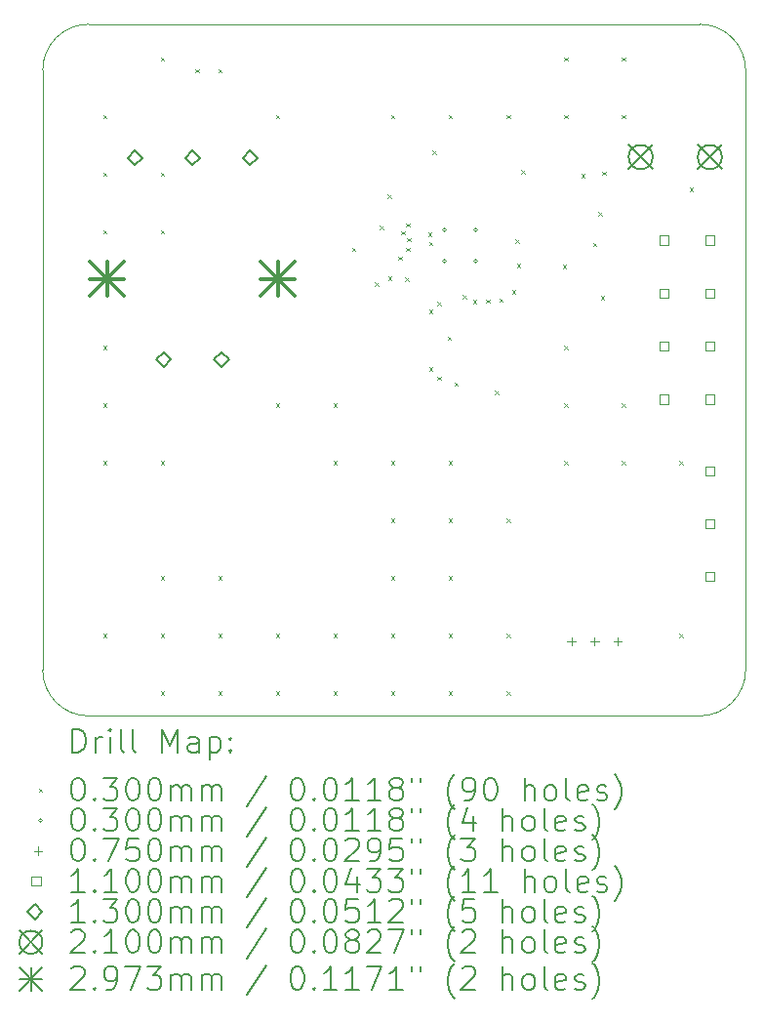
<source format=gbr>
%TF.GenerationSoftware,KiCad,Pcbnew,8.0.6*%
%TF.CreationDate,2025-04-03T21:30:17+02:00*%
%TF.ProjectId,UV-Controller,55562d43-6f6e-4747-926f-6c6c65722e6b,v2.0*%
%TF.SameCoordinates,Original*%
%TF.FileFunction,Drillmap*%
%TF.FilePolarity,Positive*%
%FSLAX45Y45*%
G04 Gerber Fmt 4.5, Leading zero omitted, Abs format (unit mm)*
G04 Created by KiCad (PCBNEW 8.0.6) date 2025-04-03 21:30:17*
%MOMM*%
%LPD*%
G01*
G04 APERTURE LIST*
%ADD10C,0.050000*%
%ADD11C,0.200000*%
%ADD12C,0.100000*%
%ADD13C,0.110000*%
%ADD14C,0.130000*%
%ADD15C,0.210000*%
%ADD16C,0.297320*%
G04 APERTURE END LIST*
D10*
X12111250Y-12947500D02*
X17411250Y-12947500D01*
X17411250Y-6947500D02*
X12111250Y-6947500D01*
X12111250Y-12947500D02*
G75*
G02*
X11711250Y-12547500I0J400000D01*
G01*
X17811250Y-12547500D02*
G75*
G02*
X17411250Y-12947500I-400000J0D01*
G01*
X11711250Y-7347500D02*
X11711250Y-12547500D01*
X11711250Y-7347500D02*
G75*
G02*
X12111250Y-6947500I400000J0D01*
G01*
X17811250Y-12547500D02*
X17811250Y-7347500D01*
X17411250Y-6947500D02*
G75*
G02*
X17811250Y-7347500I0J-400000D01*
G01*
D11*
D12*
X12235000Y-7735000D02*
X12265000Y-7765000D01*
X12265000Y-7735000D02*
X12235000Y-7765000D01*
X12235000Y-8235000D02*
X12265000Y-8265000D01*
X12265000Y-8235000D02*
X12235000Y-8265000D01*
X12235000Y-8735000D02*
X12265000Y-8765000D01*
X12265000Y-8735000D02*
X12235000Y-8765000D01*
X12235000Y-9735000D02*
X12265000Y-9765000D01*
X12265000Y-9735000D02*
X12235000Y-9765000D01*
X12235000Y-10235000D02*
X12265000Y-10265000D01*
X12265000Y-10235000D02*
X12235000Y-10265000D01*
X12235000Y-10735000D02*
X12265000Y-10765000D01*
X12265000Y-10735000D02*
X12235000Y-10765000D01*
X12235000Y-12235000D02*
X12265000Y-12265000D01*
X12265000Y-12235000D02*
X12235000Y-12265000D01*
X12735000Y-7235000D02*
X12765000Y-7265000D01*
X12765000Y-7235000D02*
X12735000Y-7265000D01*
X12735000Y-8235000D02*
X12765000Y-8265000D01*
X12765000Y-8235000D02*
X12735000Y-8265000D01*
X12735000Y-8735000D02*
X12765000Y-8765000D01*
X12765000Y-8735000D02*
X12735000Y-8765000D01*
X12735000Y-10735000D02*
X12765000Y-10765000D01*
X12765000Y-10735000D02*
X12735000Y-10765000D01*
X12735000Y-11735000D02*
X12765000Y-11765000D01*
X12765000Y-11735000D02*
X12735000Y-11765000D01*
X12735000Y-12235000D02*
X12765000Y-12265000D01*
X12765000Y-12235000D02*
X12735000Y-12265000D01*
X12735000Y-12735000D02*
X12765000Y-12765000D01*
X12765000Y-12735000D02*
X12735000Y-12765000D01*
X13035000Y-7335000D02*
X13065000Y-7365000D01*
X13065000Y-7335000D02*
X13035000Y-7365000D01*
X13235000Y-7335000D02*
X13265000Y-7365000D01*
X13265000Y-7335000D02*
X13235000Y-7365000D01*
X13235000Y-11735000D02*
X13265000Y-11765000D01*
X13265000Y-11735000D02*
X13235000Y-11765000D01*
X13235000Y-12235000D02*
X13265000Y-12265000D01*
X13265000Y-12235000D02*
X13235000Y-12265000D01*
X13235000Y-12735000D02*
X13265000Y-12765000D01*
X13265000Y-12735000D02*
X13235000Y-12765000D01*
X13735000Y-7735000D02*
X13765000Y-7765000D01*
X13765000Y-7735000D02*
X13735000Y-7765000D01*
X13735000Y-10235000D02*
X13765000Y-10265000D01*
X13765000Y-10235000D02*
X13735000Y-10265000D01*
X13735000Y-12235000D02*
X13765000Y-12265000D01*
X13765000Y-12235000D02*
X13735000Y-12265000D01*
X13735000Y-12735000D02*
X13765000Y-12765000D01*
X13765000Y-12735000D02*
X13735000Y-12765000D01*
X14235000Y-10235000D02*
X14265000Y-10265000D01*
X14265000Y-10235000D02*
X14235000Y-10265000D01*
X14235000Y-10735000D02*
X14265000Y-10765000D01*
X14265000Y-10735000D02*
X14235000Y-10765000D01*
X14235000Y-12235000D02*
X14265000Y-12265000D01*
X14265000Y-12235000D02*
X14235000Y-12265000D01*
X14235000Y-12735000D02*
X14265000Y-12765000D01*
X14265000Y-12735000D02*
X14235000Y-12765000D01*
X14395000Y-8885000D02*
X14425000Y-8915000D01*
X14425000Y-8885000D02*
X14395000Y-8915000D01*
X14595000Y-9185000D02*
X14625000Y-9215000D01*
X14625000Y-9185000D02*
X14595000Y-9215000D01*
X14635000Y-8695000D02*
X14665000Y-8725000D01*
X14665000Y-8695000D02*
X14635000Y-8725000D01*
X14705000Y-8425000D02*
X14735000Y-8455000D01*
X14735000Y-8425000D02*
X14705000Y-8455000D01*
X14706323Y-9135000D02*
X14736323Y-9165000D01*
X14736323Y-9135000D02*
X14706323Y-9165000D01*
X14735000Y-7735000D02*
X14765000Y-7765000D01*
X14765000Y-7735000D02*
X14735000Y-7765000D01*
X14735000Y-10735000D02*
X14765000Y-10765000D01*
X14765000Y-10735000D02*
X14735000Y-10765000D01*
X14735000Y-11235000D02*
X14765000Y-11265000D01*
X14765000Y-11235000D02*
X14735000Y-11265000D01*
X14735000Y-11735000D02*
X14765000Y-11765000D01*
X14765000Y-11735000D02*
X14735000Y-11765000D01*
X14735000Y-12235000D02*
X14765000Y-12265000D01*
X14765000Y-12235000D02*
X14735000Y-12265000D01*
X14735000Y-12735000D02*
X14765000Y-12765000D01*
X14765000Y-12735000D02*
X14735000Y-12765000D01*
X14795000Y-8961177D02*
X14825000Y-8991177D01*
X14825000Y-8961177D02*
X14795000Y-8991177D01*
X14820624Y-8741564D02*
X14850624Y-8771564D01*
X14850624Y-8741564D02*
X14820624Y-8771564D01*
X14855000Y-9145000D02*
X14885000Y-9175000D01*
X14885000Y-9145000D02*
X14855000Y-9175000D01*
X14865000Y-8675000D02*
X14895000Y-8705000D01*
X14895000Y-8675000D02*
X14865000Y-8705000D01*
X14865000Y-8885000D02*
X14895000Y-8915000D01*
X14895000Y-8885000D02*
X14865000Y-8915000D01*
X14871734Y-8803109D02*
X14901734Y-8833109D01*
X14901734Y-8803109D02*
X14871734Y-8833109D01*
X15056261Y-8754104D02*
X15086261Y-8784104D01*
X15086261Y-8754104D02*
X15056261Y-8784104D01*
X15065000Y-8835000D02*
X15095000Y-8865000D01*
X15095000Y-8835000D02*
X15065000Y-8865000D01*
X15065000Y-9425000D02*
X15095000Y-9455000D01*
X15095000Y-9425000D02*
X15065000Y-9455000D01*
X15065000Y-9925000D02*
X15095000Y-9955000D01*
X15095000Y-9925000D02*
X15065000Y-9955000D01*
X15095000Y-8045000D02*
X15125000Y-8075000D01*
X15125000Y-8045000D02*
X15095000Y-8075000D01*
X15135000Y-9355000D02*
X15165000Y-9385000D01*
X15165000Y-9355000D02*
X15135000Y-9385000D01*
X15135000Y-10005000D02*
X15165000Y-10035000D01*
X15165000Y-10005000D02*
X15135000Y-10035000D01*
X15225000Y-9655000D02*
X15255000Y-9685000D01*
X15255000Y-9655000D02*
X15225000Y-9685000D01*
X15235000Y-7735000D02*
X15265000Y-7765000D01*
X15265000Y-7735000D02*
X15235000Y-7765000D01*
X15235000Y-10735000D02*
X15265000Y-10765000D01*
X15265000Y-10735000D02*
X15235000Y-10765000D01*
X15235000Y-11235000D02*
X15265000Y-11265000D01*
X15265000Y-11235000D02*
X15235000Y-11265000D01*
X15235000Y-11735000D02*
X15265000Y-11765000D01*
X15265000Y-11735000D02*
X15235000Y-11765000D01*
X15235000Y-12235000D02*
X15265000Y-12265000D01*
X15265000Y-12235000D02*
X15235000Y-12265000D01*
X15235000Y-12735000D02*
X15265000Y-12765000D01*
X15265000Y-12735000D02*
X15235000Y-12765000D01*
X15285000Y-10055000D02*
X15315000Y-10085000D01*
X15315000Y-10055000D02*
X15285000Y-10085000D01*
X15357500Y-9295000D02*
X15387500Y-9325000D01*
X15387500Y-9295000D02*
X15357500Y-9325000D01*
X15443221Y-9336779D02*
X15473221Y-9366779D01*
X15473221Y-9336779D02*
X15443221Y-9366779D01*
X15560073Y-9334927D02*
X15590073Y-9364927D01*
X15590073Y-9334927D02*
X15560073Y-9364927D01*
X15635000Y-10125000D02*
X15665000Y-10155000D01*
X15665000Y-10125000D02*
X15635000Y-10155000D01*
X15675000Y-9325000D02*
X15705000Y-9355000D01*
X15705000Y-9325000D02*
X15675000Y-9355000D01*
X15735000Y-7735000D02*
X15765000Y-7765000D01*
X15765000Y-7735000D02*
X15735000Y-7765000D01*
X15735000Y-11235000D02*
X15765000Y-11265000D01*
X15765000Y-11235000D02*
X15735000Y-11265000D01*
X15735000Y-12235000D02*
X15765000Y-12265000D01*
X15765000Y-12235000D02*
X15735000Y-12265000D01*
X15735000Y-12735000D02*
X15765000Y-12765000D01*
X15765000Y-12735000D02*
X15735000Y-12765000D01*
X15785000Y-9255000D02*
X15815000Y-9285000D01*
X15815000Y-9255000D02*
X15785000Y-9285000D01*
X15815000Y-8815000D02*
X15845000Y-8845000D01*
X15845000Y-8815000D02*
X15815000Y-8845000D01*
X15827168Y-9027649D02*
X15857168Y-9057649D01*
X15857168Y-9027649D02*
X15827168Y-9057649D01*
X15865000Y-8215000D02*
X15895000Y-8245000D01*
X15895000Y-8215000D02*
X15865000Y-8245000D01*
X16225000Y-9035000D02*
X16255000Y-9065000D01*
X16255000Y-9035000D02*
X16225000Y-9065000D01*
X16235000Y-7235000D02*
X16265000Y-7265000D01*
X16265000Y-7235000D02*
X16235000Y-7265000D01*
X16235000Y-7735000D02*
X16265000Y-7765000D01*
X16265000Y-7735000D02*
X16235000Y-7765000D01*
X16235000Y-9735000D02*
X16265000Y-9765000D01*
X16265000Y-9735000D02*
X16235000Y-9765000D01*
X16235000Y-10235000D02*
X16265000Y-10265000D01*
X16265000Y-10235000D02*
X16235000Y-10265000D01*
X16235000Y-10735000D02*
X16265000Y-10765000D01*
X16265000Y-10735000D02*
X16235000Y-10765000D01*
X16385000Y-8245000D02*
X16415000Y-8275000D01*
X16415000Y-8245000D02*
X16385000Y-8275000D01*
X16485000Y-8845000D02*
X16515000Y-8875000D01*
X16515000Y-8845000D02*
X16485000Y-8875000D01*
X16535000Y-8575000D02*
X16565000Y-8605000D01*
X16565000Y-8575000D02*
X16535000Y-8605000D01*
X16555000Y-9305000D02*
X16585000Y-9335000D01*
X16585000Y-9305000D02*
X16555000Y-9335000D01*
X16565000Y-8225000D02*
X16595000Y-8255000D01*
X16595000Y-8225000D02*
X16565000Y-8255000D01*
X16735000Y-7235000D02*
X16765000Y-7265000D01*
X16765000Y-7235000D02*
X16735000Y-7265000D01*
X16735000Y-7735000D02*
X16765000Y-7765000D01*
X16765000Y-7735000D02*
X16735000Y-7765000D01*
X16735000Y-10235000D02*
X16765000Y-10265000D01*
X16765000Y-10235000D02*
X16735000Y-10265000D01*
X16735000Y-10735000D02*
X16765000Y-10765000D01*
X16765000Y-10735000D02*
X16735000Y-10765000D01*
X17235000Y-10735000D02*
X17265000Y-10765000D01*
X17265000Y-10735000D02*
X17235000Y-10765000D01*
X17235000Y-12235000D02*
X17265000Y-12265000D01*
X17265000Y-12235000D02*
X17235000Y-12265000D01*
X17325000Y-8365000D02*
X17355000Y-8395000D01*
X17355000Y-8365000D02*
X17325000Y-8395000D01*
X15212500Y-8732500D02*
G75*
G02*
X15182500Y-8732500I-15000J0D01*
G01*
X15182500Y-8732500D02*
G75*
G02*
X15212500Y-8732500I15000J0D01*
G01*
X15212500Y-9002500D02*
G75*
G02*
X15182500Y-9002500I-15000J0D01*
G01*
X15182500Y-9002500D02*
G75*
G02*
X15212500Y-9002500I15000J0D01*
G01*
X15482500Y-8732500D02*
G75*
G02*
X15452500Y-8732500I-15000J0D01*
G01*
X15452500Y-8732500D02*
G75*
G02*
X15482500Y-8732500I15000J0D01*
G01*
X15482500Y-9002500D02*
G75*
G02*
X15452500Y-9002500I-15000J0D01*
G01*
X15452500Y-9002500D02*
G75*
G02*
X15482500Y-9002500I15000J0D01*
G01*
X16300000Y-12262500D02*
X16300000Y-12337500D01*
X16262500Y-12300000D02*
X16337500Y-12300000D01*
X16500000Y-12262500D02*
X16500000Y-12337500D01*
X16462500Y-12300000D02*
X16537500Y-12300000D01*
X16700000Y-12262500D02*
X16700000Y-12337500D01*
X16662500Y-12300000D02*
X16737500Y-12300000D01*
D13*
X17138891Y-8858891D02*
X17138891Y-8781109D01*
X17061109Y-8781109D01*
X17061109Y-8858891D01*
X17138891Y-8858891D01*
X17138891Y-9318891D02*
X17138891Y-9241109D01*
X17061109Y-9241109D01*
X17061109Y-9318891D01*
X17138891Y-9318891D01*
X17138891Y-9778891D02*
X17138891Y-9701109D01*
X17061109Y-9701109D01*
X17061109Y-9778891D01*
X17138891Y-9778891D01*
X17138891Y-10238891D02*
X17138891Y-10161109D01*
X17061109Y-10161109D01*
X17061109Y-10238891D01*
X17138891Y-10238891D01*
X17538891Y-8858891D02*
X17538891Y-8781109D01*
X17461109Y-8781109D01*
X17461109Y-8858891D01*
X17538891Y-8858891D01*
X17538891Y-9318891D02*
X17538891Y-9241109D01*
X17461109Y-9241109D01*
X17461109Y-9318891D01*
X17538891Y-9318891D01*
X17538891Y-9778891D02*
X17538891Y-9701109D01*
X17461109Y-9701109D01*
X17461109Y-9778891D01*
X17538891Y-9778891D01*
X17538891Y-10238891D02*
X17538891Y-10161109D01*
X17461109Y-10161109D01*
X17461109Y-10238891D01*
X17538891Y-10238891D01*
X17538891Y-10858891D02*
X17538891Y-10781109D01*
X17461109Y-10781109D01*
X17461109Y-10858891D01*
X17538891Y-10858891D01*
X17538891Y-11318891D02*
X17538891Y-11241109D01*
X17461109Y-11241109D01*
X17461109Y-11318891D01*
X17538891Y-11318891D01*
X17538891Y-11778891D02*
X17538891Y-11701109D01*
X17461109Y-11701109D01*
X17461109Y-11778891D01*
X17538891Y-11778891D01*
D14*
X12511250Y-8172500D02*
X12576250Y-8107500D01*
X12511250Y-8042500D01*
X12446250Y-8107500D01*
X12511250Y-8172500D01*
X12761250Y-9922500D02*
X12826250Y-9857500D01*
X12761250Y-9792500D01*
X12696250Y-9857500D01*
X12761250Y-9922500D01*
X13011250Y-8172500D02*
X13076250Y-8107500D01*
X13011250Y-8042500D01*
X12946250Y-8107500D01*
X13011250Y-8172500D01*
X13261250Y-9922500D02*
X13326250Y-9857500D01*
X13261250Y-9792500D01*
X13196250Y-9857500D01*
X13261250Y-9922500D01*
X13511250Y-8172500D02*
X13576250Y-8107500D01*
X13511250Y-8042500D01*
X13446250Y-8107500D01*
X13511250Y-8172500D01*
D15*
X16795000Y-7995000D02*
X17005000Y-8205000D01*
X17005000Y-7995000D02*
X16795000Y-8205000D01*
X17005000Y-8100000D02*
G75*
G02*
X16795000Y-8100000I-105000J0D01*
G01*
X16795000Y-8100000D02*
G75*
G02*
X17005000Y-8100000I105000J0D01*
G01*
X17395000Y-7995000D02*
X17605000Y-8205000D01*
X17605000Y-7995000D02*
X17395000Y-8205000D01*
X17605000Y-8100000D02*
G75*
G02*
X17395000Y-8100000I-105000J0D01*
G01*
X17395000Y-8100000D02*
G75*
G02*
X17605000Y-8100000I105000J0D01*
G01*
D16*
X12122590Y-9008840D02*
X12419910Y-9306160D01*
X12419910Y-9008840D02*
X12122590Y-9306160D01*
X12271250Y-9008840D02*
X12271250Y-9306160D01*
X12122590Y-9157500D02*
X12419910Y-9157500D01*
X13602590Y-9008840D02*
X13899910Y-9306160D01*
X13899910Y-9008840D02*
X13602590Y-9306160D01*
X13751250Y-9008840D02*
X13751250Y-9306160D01*
X13602590Y-9157500D02*
X13899910Y-9157500D01*
D11*
X11969527Y-13261484D02*
X11969527Y-13061484D01*
X11969527Y-13061484D02*
X12017146Y-13061484D01*
X12017146Y-13061484D02*
X12045717Y-13071008D01*
X12045717Y-13071008D02*
X12064765Y-13090055D01*
X12064765Y-13090055D02*
X12074289Y-13109103D01*
X12074289Y-13109103D02*
X12083812Y-13147198D01*
X12083812Y-13147198D02*
X12083812Y-13175769D01*
X12083812Y-13175769D02*
X12074289Y-13213865D01*
X12074289Y-13213865D02*
X12064765Y-13232912D01*
X12064765Y-13232912D02*
X12045717Y-13251960D01*
X12045717Y-13251960D02*
X12017146Y-13261484D01*
X12017146Y-13261484D02*
X11969527Y-13261484D01*
X12169527Y-13261484D02*
X12169527Y-13128150D01*
X12169527Y-13166246D02*
X12179051Y-13147198D01*
X12179051Y-13147198D02*
X12188574Y-13137674D01*
X12188574Y-13137674D02*
X12207622Y-13128150D01*
X12207622Y-13128150D02*
X12226670Y-13128150D01*
X12293336Y-13261484D02*
X12293336Y-13128150D01*
X12293336Y-13061484D02*
X12283812Y-13071008D01*
X12283812Y-13071008D02*
X12293336Y-13080531D01*
X12293336Y-13080531D02*
X12302860Y-13071008D01*
X12302860Y-13071008D02*
X12293336Y-13061484D01*
X12293336Y-13061484D02*
X12293336Y-13080531D01*
X12417146Y-13261484D02*
X12398098Y-13251960D01*
X12398098Y-13251960D02*
X12388574Y-13232912D01*
X12388574Y-13232912D02*
X12388574Y-13061484D01*
X12521908Y-13261484D02*
X12502860Y-13251960D01*
X12502860Y-13251960D02*
X12493336Y-13232912D01*
X12493336Y-13232912D02*
X12493336Y-13061484D01*
X12750479Y-13261484D02*
X12750479Y-13061484D01*
X12750479Y-13061484D02*
X12817146Y-13204341D01*
X12817146Y-13204341D02*
X12883812Y-13061484D01*
X12883812Y-13061484D02*
X12883812Y-13261484D01*
X13064765Y-13261484D02*
X13064765Y-13156722D01*
X13064765Y-13156722D02*
X13055241Y-13137674D01*
X13055241Y-13137674D02*
X13036193Y-13128150D01*
X13036193Y-13128150D02*
X12998098Y-13128150D01*
X12998098Y-13128150D02*
X12979051Y-13137674D01*
X13064765Y-13251960D02*
X13045717Y-13261484D01*
X13045717Y-13261484D02*
X12998098Y-13261484D01*
X12998098Y-13261484D02*
X12979051Y-13251960D01*
X12979051Y-13251960D02*
X12969527Y-13232912D01*
X12969527Y-13232912D02*
X12969527Y-13213865D01*
X12969527Y-13213865D02*
X12979051Y-13194817D01*
X12979051Y-13194817D02*
X12998098Y-13185293D01*
X12998098Y-13185293D02*
X13045717Y-13185293D01*
X13045717Y-13185293D02*
X13064765Y-13175769D01*
X13160003Y-13128150D02*
X13160003Y-13328150D01*
X13160003Y-13137674D02*
X13179051Y-13128150D01*
X13179051Y-13128150D02*
X13217146Y-13128150D01*
X13217146Y-13128150D02*
X13236193Y-13137674D01*
X13236193Y-13137674D02*
X13245717Y-13147198D01*
X13245717Y-13147198D02*
X13255241Y-13166246D01*
X13255241Y-13166246D02*
X13255241Y-13223388D01*
X13255241Y-13223388D02*
X13245717Y-13242436D01*
X13245717Y-13242436D02*
X13236193Y-13251960D01*
X13236193Y-13251960D02*
X13217146Y-13261484D01*
X13217146Y-13261484D02*
X13179051Y-13261484D01*
X13179051Y-13261484D02*
X13160003Y-13251960D01*
X13340955Y-13242436D02*
X13350479Y-13251960D01*
X13350479Y-13251960D02*
X13340955Y-13261484D01*
X13340955Y-13261484D02*
X13331432Y-13251960D01*
X13331432Y-13251960D02*
X13340955Y-13242436D01*
X13340955Y-13242436D02*
X13340955Y-13261484D01*
X13340955Y-13137674D02*
X13350479Y-13147198D01*
X13350479Y-13147198D02*
X13340955Y-13156722D01*
X13340955Y-13156722D02*
X13331432Y-13147198D01*
X13331432Y-13147198D02*
X13340955Y-13137674D01*
X13340955Y-13137674D02*
X13340955Y-13156722D01*
D12*
X11678750Y-13575000D02*
X11708750Y-13605000D01*
X11708750Y-13575000D02*
X11678750Y-13605000D01*
D11*
X12007622Y-13481484D02*
X12026670Y-13481484D01*
X12026670Y-13481484D02*
X12045717Y-13491008D01*
X12045717Y-13491008D02*
X12055241Y-13500531D01*
X12055241Y-13500531D02*
X12064765Y-13519579D01*
X12064765Y-13519579D02*
X12074289Y-13557674D01*
X12074289Y-13557674D02*
X12074289Y-13605293D01*
X12074289Y-13605293D02*
X12064765Y-13643388D01*
X12064765Y-13643388D02*
X12055241Y-13662436D01*
X12055241Y-13662436D02*
X12045717Y-13671960D01*
X12045717Y-13671960D02*
X12026670Y-13681484D01*
X12026670Y-13681484D02*
X12007622Y-13681484D01*
X12007622Y-13681484D02*
X11988574Y-13671960D01*
X11988574Y-13671960D02*
X11979051Y-13662436D01*
X11979051Y-13662436D02*
X11969527Y-13643388D01*
X11969527Y-13643388D02*
X11960003Y-13605293D01*
X11960003Y-13605293D02*
X11960003Y-13557674D01*
X11960003Y-13557674D02*
X11969527Y-13519579D01*
X11969527Y-13519579D02*
X11979051Y-13500531D01*
X11979051Y-13500531D02*
X11988574Y-13491008D01*
X11988574Y-13491008D02*
X12007622Y-13481484D01*
X12160003Y-13662436D02*
X12169527Y-13671960D01*
X12169527Y-13671960D02*
X12160003Y-13681484D01*
X12160003Y-13681484D02*
X12150479Y-13671960D01*
X12150479Y-13671960D02*
X12160003Y-13662436D01*
X12160003Y-13662436D02*
X12160003Y-13681484D01*
X12236193Y-13481484D02*
X12360003Y-13481484D01*
X12360003Y-13481484D02*
X12293336Y-13557674D01*
X12293336Y-13557674D02*
X12321908Y-13557674D01*
X12321908Y-13557674D02*
X12340955Y-13567198D01*
X12340955Y-13567198D02*
X12350479Y-13576722D01*
X12350479Y-13576722D02*
X12360003Y-13595769D01*
X12360003Y-13595769D02*
X12360003Y-13643388D01*
X12360003Y-13643388D02*
X12350479Y-13662436D01*
X12350479Y-13662436D02*
X12340955Y-13671960D01*
X12340955Y-13671960D02*
X12321908Y-13681484D01*
X12321908Y-13681484D02*
X12264765Y-13681484D01*
X12264765Y-13681484D02*
X12245717Y-13671960D01*
X12245717Y-13671960D02*
X12236193Y-13662436D01*
X12483812Y-13481484D02*
X12502860Y-13481484D01*
X12502860Y-13481484D02*
X12521908Y-13491008D01*
X12521908Y-13491008D02*
X12531432Y-13500531D01*
X12531432Y-13500531D02*
X12540955Y-13519579D01*
X12540955Y-13519579D02*
X12550479Y-13557674D01*
X12550479Y-13557674D02*
X12550479Y-13605293D01*
X12550479Y-13605293D02*
X12540955Y-13643388D01*
X12540955Y-13643388D02*
X12531432Y-13662436D01*
X12531432Y-13662436D02*
X12521908Y-13671960D01*
X12521908Y-13671960D02*
X12502860Y-13681484D01*
X12502860Y-13681484D02*
X12483812Y-13681484D01*
X12483812Y-13681484D02*
X12464765Y-13671960D01*
X12464765Y-13671960D02*
X12455241Y-13662436D01*
X12455241Y-13662436D02*
X12445717Y-13643388D01*
X12445717Y-13643388D02*
X12436193Y-13605293D01*
X12436193Y-13605293D02*
X12436193Y-13557674D01*
X12436193Y-13557674D02*
X12445717Y-13519579D01*
X12445717Y-13519579D02*
X12455241Y-13500531D01*
X12455241Y-13500531D02*
X12464765Y-13491008D01*
X12464765Y-13491008D02*
X12483812Y-13481484D01*
X12674289Y-13481484D02*
X12693336Y-13481484D01*
X12693336Y-13481484D02*
X12712384Y-13491008D01*
X12712384Y-13491008D02*
X12721908Y-13500531D01*
X12721908Y-13500531D02*
X12731432Y-13519579D01*
X12731432Y-13519579D02*
X12740955Y-13557674D01*
X12740955Y-13557674D02*
X12740955Y-13605293D01*
X12740955Y-13605293D02*
X12731432Y-13643388D01*
X12731432Y-13643388D02*
X12721908Y-13662436D01*
X12721908Y-13662436D02*
X12712384Y-13671960D01*
X12712384Y-13671960D02*
X12693336Y-13681484D01*
X12693336Y-13681484D02*
X12674289Y-13681484D01*
X12674289Y-13681484D02*
X12655241Y-13671960D01*
X12655241Y-13671960D02*
X12645717Y-13662436D01*
X12645717Y-13662436D02*
X12636193Y-13643388D01*
X12636193Y-13643388D02*
X12626670Y-13605293D01*
X12626670Y-13605293D02*
X12626670Y-13557674D01*
X12626670Y-13557674D02*
X12636193Y-13519579D01*
X12636193Y-13519579D02*
X12645717Y-13500531D01*
X12645717Y-13500531D02*
X12655241Y-13491008D01*
X12655241Y-13491008D02*
X12674289Y-13481484D01*
X12826670Y-13681484D02*
X12826670Y-13548150D01*
X12826670Y-13567198D02*
X12836193Y-13557674D01*
X12836193Y-13557674D02*
X12855241Y-13548150D01*
X12855241Y-13548150D02*
X12883813Y-13548150D01*
X12883813Y-13548150D02*
X12902860Y-13557674D01*
X12902860Y-13557674D02*
X12912384Y-13576722D01*
X12912384Y-13576722D02*
X12912384Y-13681484D01*
X12912384Y-13576722D02*
X12921908Y-13557674D01*
X12921908Y-13557674D02*
X12940955Y-13548150D01*
X12940955Y-13548150D02*
X12969527Y-13548150D01*
X12969527Y-13548150D02*
X12988574Y-13557674D01*
X12988574Y-13557674D02*
X12998098Y-13576722D01*
X12998098Y-13576722D02*
X12998098Y-13681484D01*
X13093336Y-13681484D02*
X13093336Y-13548150D01*
X13093336Y-13567198D02*
X13102860Y-13557674D01*
X13102860Y-13557674D02*
X13121908Y-13548150D01*
X13121908Y-13548150D02*
X13150479Y-13548150D01*
X13150479Y-13548150D02*
X13169527Y-13557674D01*
X13169527Y-13557674D02*
X13179051Y-13576722D01*
X13179051Y-13576722D02*
X13179051Y-13681484D01*
X13179051Y-13576722D02*
X13188574Y-13557674D01*
X13188574Y-13557674D02*
X13207622Y-13548150D01*
X13207622Y-13548150D02*
X13236193Y-13548150D01*
X13236193Y-13548150D02*
X13255241Y-13557674D01*
X13255241Y-13557674D02*
X13264765Y-13576722D01*
X13264765Y-13576722D02*
X13264765Y-13681484D01*
X13655241Y-13471960D02*
X13483813Y-13729103D01*
X13912384Y-13481484D02*
X13931432Y-13481484D01*
X13931432Y-13481484D02*
X13950479Y-13491008D01*
X13950479Y-13491008D02*
X13960003Y-13500531D01*
X13960003Y-13500531D02*
X13969527Y-13519579D01*
X13969527Y-13519579D02*
X13979051Y-13557674D01*
X13979051Y-13557674D02*
X13979051Y-13605293D01*
X13979051Y-13605293D02*
X13969527Y-13643388D01*
X13969527Y-13643388D02*
X13960003Y-13662436D01*
X13960003Y-13662436D02*
X13950479Y-13671960D01*
X13950479Y-13671960D02*
X13931432Y-13681484D01*
X13931432Y-13681484D02*
X13912384Y-13681484D01*
X13912384Y-13681484D02*
X13893336Y-13671960D01*
X13893336Y-13671960D02*
X13883813Y-13662436D01*
X13883813Y-13662436D02*
X13874289Y-13643388D01*
X13874289Y-13643388D02*
X13864765Y-13605293D01*
X13864765Y-13605293D02*
X13864765Y-13557674D01*
X13864765Y-13557674D02*
X13874289Y-13519579D01*
X13874289Y-13519579D02*
X13883813Y-13500531D01*
X13883813Y-13500531D02*
X13893336Y-13491008D01*
X13893336Y-13491008D02*
X13912384Y-13481484D01*
X14064765Y-13662436D02*
X14074289Y-13671960D01*
X14074289Y-13671960D02*
X14064765Y-13681484D01*
X14064765Y-13681484D02*
X14055241Y-13671960D01*
X14055241Y-13671960D02*
X14064765Y-13662436D01*
X14064765Y-13662436D02*
X14064765Y-13681484D01*
X14198098Y-13481484D02*
X14217146Y-13481484D01*
X14217146Y-13481484D02*
X14236194Y-13491008D01*
X14236194Y-13491008D02*
X14245717Y-13500531D01*
X14245717Y-13500531D02*
X14255241Y-13519579D01*
X14255241Y-13519579D02*
X14264765Y-13557674D01*
X14264765Y-13557674D02*
X14264765Y-13605293D01*
X14264765Y-13605293D02*
X14255241Y-13643388D01*
X14255241Y-13643388D02*
X14245717Y-13662436D01*
X14245717Y-13662436D02*
X14236194Y-13671960D01*
X14236194Y-13671960D02*
X14217146Y-13681484D01*
X14217146Y-13681484D02*
X14198098Y-13681484D01*
X14198098Y-13681484D02*
X14179051Y-13671960D01*
X14179051Y-13671960D02*
X14169527Y-13662436D01*
X14169527Y-13662436D02*
X14160003Y-13643388D01*
X14160003Y-13643388D02*
X14150479Y-13605293D01*
X14150479Y-13605293D02*
X14150479Y-13557674D01*
X14150479Y-13557674D02*
X14160003Y-13519579D01*
X14160003Y-13519579D02*
X14169527Y-13500531D01*
X14169527Y-13500531D02*
X14179051Y-13491008D01*
X14179051Y-13491008D02*
X14198098Y-13481484D01*
X14455241Y-13681484D02*
X14340956Y-13681484D01*
X14398098Y-13681484D02*
X14398098Y-13481484D01*
X14398098Y-13481484D02*
X14379051Y-13510055D01*
X14379051Y-13510055D02*
X14360003Y-13529103D01*
X14360003Y-13529103D02*
X14340956Y-13538627D01*
X14645717Y-13681484D02*
X14531432Y-13681484D01*
X14588575Y-13681484D02*
X14588575Y-13481484D01*
X14588575Y-13481484D02*
X14569527Y-13510055D01*
X14569527Y-13510055D02*
X14550479Y-13529103D01*
X14550479Y-13529103D02*
X14531432Y-13538627D01*
X14760003Y-13567198D02*
X14740956Y-13557674D01*
X14740956Y-13557674D02*
X14731432Y-13548150D01*
X14731432Y-13548150D02*
X14721908Y-13529103D01*
X14721908Y-13529103D02*
X14721908Y-13519579D01*
X14721908Y-13519579D02*
X14731432Y-13500531D01*
X14731432Y-13500531D02*
X14740956Y-13491008D01*
X14740956Y-13491008D02*
X14760003Y-13481484D01*
X14760003Y-13481484D02*
X14798098Y-13481484D01*
X14798098Y-13481484D02*
X14817146Y-13491008D01*
X14817146Y-13491008D02*
X14826670Y-13500531D01*
X14826670Y-13500531D02*
X14836194Y-13519579D01*
X14836194Y-13519579D02*
X14836194Y-13529103D01*
X14836194Y-13529103D02*
X14826670Y-13548150D01*
X14826670Y-13548150D02*
X14817146Y-13557674D01*
X14817146Y-13557674D02*
X14798098Y-13567198D01*
X14798098Y-13567198D02*
X14760003Y-13567198D01*
X14760003Y-13567198D02*
X14740956Y-13576722D01*
X14740956Y-13576722D02*
X14731432Y-13586246D01*
X14731432Y-13586246D02*
X14721908Y-13605293D01*
X14721908Y-13605293D02*
X14721908Y-13643388D01*
X14721908Y-13643388D02*
X14731432Y-13662436D01*
X14731432Y-13662436D02*
X14740956Y-13671960D01*
X14740956Y-13671960D02*
X14760003Y-13681484D01*
X14760003Y-13681484D02*
X14798098Y-13681484D01*
X14798098Y-13681484D02*
X14817146Y-13671960D01*
X14817146Y-13671960D02*
X14826670Y-13662436D01*
X14826670Y-13662436D02*
X14836194Y-13643388D01*
X14836194Y-13643388D02*
X14836194Y-13605293D01*
X14836194Y-13605293D02*
X14826670Y-13586246D01*
X14826670Y-13586246D02*
X14817146Y-13576722D01*
X14817146Y-13576722D02*
X14798098Y-13567198D01*
X14912384Y-13481484D02*
X14912384Y-13519579D01*
X14988575Y-13481484D02*
X14988575Y-13519579D01*
X15283813Y-13757674D02*
X15274289Y-13748150D01*
X15274289Y-13748150D02*
X15255241Y-13719579D01*
X15255241Y-13719579D02*
X15245718Y-13700531D01*
X15245718Y-13700531D02*
X15236194Y-13671960D01*
X15236194Y-13671960D02*
X15226670Y-13624341D01*
X15226670Y-13624341D02*
X15226670Y-13586246D01*
X15226670Y-13586246D02*
X15236194Y-13538627D01*
X15236194Y-13538627D02*
X15245718Y-13510055D01*
X15245718Y-13510055D02*
X15255241Y-13491008D01*
X15255241Y-13491008D02*
X15274289Y-13462436D01*
X15274289Y-13462436D02*
X15283813Y-13452912D01*
X15369527Y-13681484D02*
X15407622Y-13681484D01*
X15407622Y-13681484D02*
X15426670Y-13671960D01*
X15426670Y-13671960D02*
X15436194Y-13662436D01*
X15436194Y-13662436D02*
X15455241Y-13633865D01*
X15455241Y-13633865D02*
X15464765Y-13595769D01*
X15464765Y-13595769D02*
X15464765Y-13519579D01*
X15464765Y-13519579D02*
X15455241Y-13500531D01*
X15455241Y-13500531D02*
X15445718Y-13491008D01*
X15445718Y-13491008D02*
X15426670Y-13481484D01*
X15426670Y-13481484D02*
X15388575Y-13481484D01*
X15388575Y-13481484D02*
X15369527Y-13491008D01*
X15369527Y-13491008D02*
X15360003Y-13500531D01*
X15360003Y-13500531D02*
X15350479Y-13519579D01*
X15350479Y-13519579D02*
X15350479Y-13567198D01*
X15350479Y-13567198D02*
X15360003Y-13586246D01*
X15360003Y-13586246D02*
X15369527Y-13595769D01*
X15369527Y-13595769D02*
X15388575Y-13605293D01*
X15388575Y-13605293D02*
X15426670Y-13605293D01*
X15426670Y-13605293D02*
X15445718Y-13595769D01*
X15445718Y-13595769D02*
X15455241Y-13586246D01*
X15455241Y-13586246D02*
X15464765Y-13567198D01*
X15588575Y-13481484D02*
X15607622Y-13481484D01*
X15607622Y-13481484D02*
X15626670Y-13491008D01*
X15626670Y-13491008D02*
X15636194Y-13500531D01*
X15636194Y-13500531D02*
X15645718Y-13519579D01*
X15645718Y-13519579D02*
X15655241Y-13557674D01*
X15655241Y-13557674D02*
X15655241Y-13605293D01*
X15655241Y-13605293D02*
X15645718Y-13643388D01*
X15645718Y-13643388D02*
X15636194Y-13662436D01*
X15636194Y-13662436D02*
X15626670Y-13671960D01*
X15626670Y-13671960D02*
X15607622Y-13681484D01*
X15607622Y-13681484D02*
X15588575Y-13681484D01*
X15588575Y-13681484D02*
X15569527Y-13671960D01*
X15569527Y-13671960D02*
X15560003Y-13662436D01*
X15560003Y-13662436D02*
X15550479Y-13643388D01*
X15550479Y-13643388D02*
X15540956Y-13605293D01*
X15540956Y-13605293D02*
X15540956Y-13557674D01*
X15540956Y-13557674D02*
X15550479Y-13519579D01*
X15550479Y-13519579D02*
X15560003Y-13500531D01*
X15560003Y-13500531D02*
X15569527Y-13491008D01*
X15569527Y-13491008D02*
X15588575Y-13481484D01*
X15893337Y-13681484D02*
X15893337Y-13481484D01*
X15979051Y-13681484D02*
X15979051Y-13576722D01*
X15979051Y-13576722D02*
X15969527Y-13557674D01*
X15969527Y-13557674D02*
X15950480Y-13548150D01*
X15950480Y-13548150D02*
X15921908Y-13548150D01*
X15921908Y-13548150D02*
X15902860Y-13557674D01*
X15902860Y-13557674D02*
X15893337Y-13567198D01*
X16102860Y-13681484D02*
X16083813Y-13671960D01*
X16083813Y-13671960D02*
X16074289Y-13662436D01*
X16074289Y-13662436D02*
X16064765Y-13643388D01*
X16064765Y-13643388D02*
X16064765Y-13586246D01*
X16064765Y-13586246D02*
X16074289Y-13567198D01*
X16074289Y-13567198D02*
X16083813Y-13557674D01*
X16083813Y-13557674D02*
X16102860Y-13548150D01*
X16102860Y-13548150D02*
X16131432Y-13548150D01*
X16131432Y-13548150D02*
X16150480Y-13557674D01*
X16150480Y-13557674D02*
X16160003Y-13567198D01*
X16160003Y-13567198D02*
X16169527Y-13586246D01*
X16169527Y-13586246D02*
X16169527Y-13643388D01*
X16169527Y-13643388D02*
X16160003Y-13662436D01*
X16160003Y-13662436D02*
X16150480Y-13671960D01*
X16150480Y-13671960D02*
X16131432Y-13681484D01*
X16131432Y-13681484D02*
X16102860Y-13681484D01*
X16283813Y-13681484D02*
X16264765Y-13671960D01*
X16264765Y-13671960D02*
X16255241Y-13652912D01*
X16255241Y-13652912D02*
X16255241Y-13481484D01*
X16436194Y-13671960D02*
X16417146Y-13681484D01*
X16417146Y-13681484D02*
X16379051Y-13681484D01*
X16379051Y-13681484D02*
X16360003Y-13671960D01*
X16360003Y-13671960D02*
X16350480Y-13652912D01*
X16350480Y-13652912D02*
X16350480Y-13576722D01*
X16350480Y-13576722D02*
X16360003Y-13557674D01*
X16360003Y-13557674D02*
X16379051Y-13548150D01*
X16379051Y-13548150D02*
X16417146Y-13548150D01*
X16417146Y-13548150D02*
X16436194Y-13557674D01*
X16436194Y-13557674D02*
X16445718Y-13576722D01*
X16445718Y-13576722D02*
X16445718Y-13595769D01*
X16445718Y-13595769D02*
X16350480Y-13614817D01*
X16521908Y-13671960D02*
X16540956Y-13681484D01*
X16540956Y-13681484D02*
X16579051Y-13681484D01*
X16579051Y-13681484D02*
X16598099Y-13671960D01*
X16598099Y-13671960D02*
X16607622Y-13652912D01*
X16607622Y-13652912D02*
X16607622Y-13643388D01*
X16607622Y-13643388D02*
X16598099Y-13624341D01*
X16598099Y-13624341D02*
X16579051Y-13614817D01*
X16579051Y-13614817D02*
X16550480Y-13614817D01*
X16550480Y-13614817D02*
X16531432Y-13605293D01*
X16531432Y-13605293D02*
X16521908Y-13586246D01*
X16521908Y-13586246D02*
X16521908Y-13576722D01*
X16521908Y-13576722D02*
X16531432Y-13557674D01*
X16531432Y-13557674D02*
X16550480Y-13548150D01*
X16550480Y-13548150D02*
X16579051Y-13548150D01*
X16579051Y-13548150D02*
X16598099Y-13557674D01*
X16674289Y-13757674D02*
X16683813Y-13748150D01*
X16683813Y-13748150D02*
X16702861Y-13719579D01*
X16702861Y-13719579D02*
X16712384Y-13700531D01*
X16712384Y-13700531D02*
X16721908Y-13671960D01*
X16721908Y-13671960D02*
X16731432Y-13624341D01*
X16731432Y-13624341D02*
X16731432Y-13586246D01*
X16731432Y-13586246D02*
X16721908Y-13538627D01*
X16721908Y-13538627D02*
X16712384Y-13510055D01*
X16712384Y-13510055D02*
X16702861Y-13491008D01*
X16702861Y-13491008D02*
X16683813Y-13462436D01*
X16683813Y-13462436D02*
X16674289Y-13452912D01*
D12*
X11708750Y-13854000D02*
G75*
G02*
X11678750Y-13854000I-15000J0D01*
G01*
X11678750Y-13854000D02*
G75*
G02*
X11708750Y-13854000I15000J0D01*
G01*
D11*
X12007622Y-13745484D02*
X12026670Y-13745484D01*
X12026670Y-13745484D02*
X12045717Y-13755008D01*
X12045717Y-13755008D02*
X12055241Y-13764531D01*
X12055241Y-13764531D02*
X12064765Y-13783579D01*
X12064765Y-13783579D02*
X12074289Y-13821674D01*
X12074289Y-13821674D02*
X12074289Y-13869293D01*
X12074289Y-13869293D02*
X12064765Y-13907388D01*
X12064765Y-13907388D02*
X12055241Y-13926436D01*
X12055241Y-13926436D02*
X12045717Y-13935960D01*
X12045717Y-13935960D02*
X12026670Y-13945484D01*
X12026670Y-13945484D02*
X12007622Y-13945484D01*
X12007622Y-13945484D02*
X11988574Y-13935960D01*
X11988574Y-13935960D02*
X11979051Y-13926436D01*
X11979051Y-13926436D02*
X11969527Y-13907388D01*
X11969527Y-13907388D02*
X11960003Y-13869293D01*
X11960003Y-13869293D02*
X11960003Y-13821674D01*
X11960003Y-13821674D02*
X11969527Y-13783579D01*
X11969527Y-13783579D02*
X11979051Y-13764531D01*
X11979051Y-13764531D02*
X11988574Y-13755008D01*
X11988574Y-13755008D02*
X12007622Y-13745484D01*
X12160003Y-13926436D02*
X12169527Y-13935960D01*
X12169527Y-13935960D02*
X12160003Y-13945484D01*
X12160003Y-13945484D02*
X12150479Y-13935960D01*
X12150479Y-13935960D02*
X12160003Y-13926436D01*
X12160003Y-13926436D02*
X12160003Y-13945484D01*
X12236193Y-13745484D02*
X12360003Y-13745484D01*
X12360003Y-13745484D02*
X12293336Y-13821674D01*
X12293336Y-13821674D02*
X12321908Y-13821674D01*
X12321908Y-13821674D02*
X12340955Y-13831198D01*
X12340955Y-13831198D02*
X12350479Y-13840722D01*
X12350479Y-13840722D02*
X12360003Y-13859769D01*
X12360003Y-13859769D02*
X12360003Y-13907388D01*
X12360003Y-13907388D02*
X12350479Y-13926436D01*
X12350479Y-13926436D02*
X12340955Y-13935960D01*
X12340955Y-13935960D02*
X12321908Y-13945484D01*
X12321908Y-13945484D02*
X12264765Y-13945484D01*
X12264765Y-13945484D02*
X12245717Y-13935960D01*
X12245717Y-13935960D02*
X12236193Y-13926436D01*
X12483812Y-13745484D02*
X12502860Y-13745484D01*
X12502860Y-13745484D02*
X12521908Y-13755008D01*
X12521908Y-13755008D02*
X12531432Y-13764531D01*
X12531432Y-13764531D02*
X12540955Y-13783579D01*
X12540955Y-13783579D02*
X12550479Y-13821674D01*
X12550479Y-13821674D02*
X12550479Y-13869293D01*
X12550479Y-13869293D02*
X12540955Y-13907388D01*
X12540955Y-13907388D02*
X12531432Y-13926436D01*
X12531432Y-13926436D02*
X12521908Y-13935960D01*
X12521908Y-13935960D02*
X12502860Y-13945484D01*
X12502860Y-13945484D02*
X12483812Y-13945484D01*
X12483812Y-13945484D02*
X12464765Y-13935960D01*
X12464765Y-13935960D02*
X12455241Y-13926436D01*
X12455241Y-13926436D02*
X12445717Y-13907388D01*
X12445717Y-13907388D02*
X12436193Y-13869293D01*
X12436193Y-13869293D02*
X12436193Y-13821674D01*
X12436193Y-13821674D02*
X12445717Y-13783579D01*
X12445717Y-13783579D02*
X12455241Y-13764531D01*
X12455241Y-13764531D02*
X12464765Y-13755008D01*
X12464765Y-13755008D02*
X12483812Y-13745484D01*
X12674289Y-13745484D02*
X12693336Y-13745484D01*
X12693336Y-13745484D02*
X12712384Y-13755008D01*
X12712384Y-13755008D02*
X12721908Y-13764531D01*
X12721908Y-13764531D02*
X12731432Y-13783579D01*
X12731432Y-13783579D02*
X12740955Y-13821674D01*
X12740955Y-13821674D02*
X12740955Y-13869293D01*
X12740955Y-13869293D02*
X12731432Y-13907388D01*
X12731432Y-13907388D02*
X12721908Y-13926436D01*
X12721908Y-13926436D02*
X12712384Y-13935960D01*
X12712384Y-13935960D02*
X12693336Y-13945484D01*
X12693336Y-13945484D02*
X12674289Y-13945484D01*
X12674289Y-13945484D02*
X12655241Y-13935960D01*
X12655241Y-13935960D02*
X12645717Y-13926436D01*
X12645717Y-13926436D02*
X12636193Y-13907388D01*
X12636193Y-13907388D02*
X12626670Y-13869293D01*
X12626670Y-13869293D02*
X12626670Y-13821674D01*
X12626670Y-13821674D02*
X12636193Y-13783579D01*
X12636193Y-13783579D02*
X12645717Y-13764531D01*
X12645717Y-13764531D02*
X12655241Y-13755008D01*
X12655241Y-13755008D02*
X12674289Y-13745484D01*
X12826670Y-13945484D02*
X12826670Y-13812150D01*
X12826670Y-13831198D02*
X12836193Y-13821674D01*
X12836193Y-13821674D02*
X12855241Y-13812150D01*
X12855241Y-13812150D02*
X12883813Y-13812150D01*
X12883813Y-13812150D02*
X12902860Y-13821674D01*
X12902860Y-13821674D02*
X12912384Y-13840722D01*
X12912384Y-13840722D02*
X12912384Y-13945484D01*
X12912384Y-13840722D02*
X12921908Y-13821674D01*
X12921908Y-13821674D02*
X12940955Y-13812150D01*
X12940955Y-13812150D02*
X12969527Y-13812150D01*
X12969527Y-13812150D02*
X12988574Y-13821674D01*
X12988574Y-13821674D02*
X12998098Y-13840722D01*
X12998098Y-13840722D02*
X12998098Y-13945484D01*
X13093336Y-13945484D02*
X13093336Y-13812150D01*
X13093336Y-13831198D02*
X13102860Y-13821674D01*
X13102860Y-13821674D02*
X13121908Y-13812150D01*
X13121908Y-13812150D02*
X13150479Y-13812150D01*
X13150479Y-13812150D02*
X13169527Y-13821674D01*
X13169527Y-13821674D02*
X13179051Y-13840722D01*
X13179051Y-13840722D02*
X13179051Y-13945484D01*
X13179051Y-13840722D02*
X13188574Y-13821674D01*
X13188574Y-13821674D02*
X13207622Y-13812150D01*
X13207622Y-13812150D02*
X13236193Y-13812150D01*
X13236193Y-13812150D02*
X13255241Y-13821674D01*
X13255241Y-13821674D02*
X13264765Y-13840722D01*
X13264765Y-13840722D02*
X13264765Y-13945484D01*
X13655241Y-13735960D02*
X13483813Y-13993103D01*
X13912384Y-13745484D02*
X13931432Y-13745484D01*
X13931432Y-13745484D02*
X13950479Y-13755008D01*
X13950479Y-13755008D02*
X13960003Y-13764531D01*
X13960003Y-13764531D02*
X13969527Y-13783579D01*
X13969527Y-13783579D02*
X13979051Y-13821674D01*
X13979051Y-13821674D02*
X13979051Y-13869293D01*
X13979051Y-13869293D02*
X13969527Y-13907388D01*
X13969527Y-13907388D02*
X13960003Y-13926436D01*
X13960003Y-13926436D02*
X13950479Y-13935960D01*
X13950479Y-13935960D02*
X13931432Y-13945484D01*
X13931432Y-13945484D02*
X13912384Y-13945484D01*
X13912384Y-13945484D02*
X13893336Y-13935960D01*
X13893336Y-13935960D02*
X13883813Y-13926436D01*
X13883813Y-13926436D02*
X13874289Y-13907388D01*
X13874289Y-13907388D02*
X13864765Y-13869293D01*
X13864765Y-13869293D02*
X13864765Y-13821674D01*
X13864765Y-13821674D02*
X13874289Y-13783579D01*
X13874289Y-13783579D02*
X13883813Y-13764531D01*
X13883813Y-13764531D02*
X13893336Y-13755008D01*
X13893336Y-13755008D02*
X13912384Y-13745484D01*
X14064765Y-13926436D02*
X14074289Y-13935960D01*
X14074289Y-13935960D02*
X14064765Y-13945484D01*
X14064765Y-13945484D02*
X14055241Y-13935960D01*
X14055241Y-13935960D02*
X14064765Y-13926436D01*
X14064765Y-13926436D02*
X14064765Y-13945484D01*
X14198098Y-13745484D02*
X14217146Y-13745484D01*
X14217146Y-13745484D02*
X14236194Y-13755008D01*
X14236194Y-13755008D02*
X14245717Y-13764531D01*
X14245717Y-13764531D02*
X14255241Y-13783579D01*
X14255241Y-13783579D02*
X14264765Y-13821674D01*
X14264765Y-13821674D02*
X14264765Y-13869293D01*
X14264765Y-13869293D02*
X14255241Y-13907388D01*
X14255241Y-13907388D02*
X14245717Y-13926436D01*
X14245717Y-13926436D02*
X14236194Y-13935960D01*
X14236194Y-13935960D02*
X14217146Y-13945484D01*
X14217146Y-13945484D02*
X14198098Y-13945484D01*
X14198098Y-13945484D02*
X14179051Y-13935960D01*
X14179051Y-13935960D02*
X14169527Y-13926436D01*
X14169527Y-13926436D02*
X14160003Y-13907388D01*
X14160003Y-13907388D02*
X14150479Y-13869293D01*
X14150479Y-13869293D02*
X14150479Y-13821674D01*
X14150479Y-13821674D02*
X14160003Y-13783579D01*
X14160003Y-13783579D02*
X14169527Y-13764531D01*
X14169527Y-13764531D02*
X14179051Y-13755008D01*
X14179051Y-13755008D02*
X14198098Y-13745484D01*
X14455241Y-13945484D02*
X14340956Y-13945484D01*
X14398098Y-13945484D02*
X14398098Y-13745484D01*
X14398098Y-13745484D02*
X14379051Y-13774055D01*
X14379051Y-13774055D02*
X14360003Y-13793103D01*
X14360003Y-13793103D02*
X14340956Y-13802627D01*
X14645717Y-13945484D02*
X14531432Y-13945484D01*
X14588575Y-13945484D02*
X14588575Y-13745484D01*
X14588575Y-13745484D02*
X14569527Y-13774055D01*
X14569527Y-13774055D02*
X14550479Y-13793103D01*
X14550479Y-13793103D02*
X14531432Y-13802627D01*
X14760003Y-13831198D02*
X14740956Y-13821674D01*
X14740956Y-13821674D02*
X14731432Y-13812150D01*
X14731432Y-13812150D02*
X14721908Y-13793103D01*
X14721908Y-13793103D02*
X14721908Y-13783579D01*
X14721908Y-13783579D02*
X14731432Y-13764531D01*
X14731432Y-13764531D02*
X14740956Y-13755008D01*
X14740956Y-13755008D02*
X14760003Y-13745484D01*
X14760003Y-13745484D02*
X14798098Y-13745484D01*
X14798098Y-13745484D02*
X14817146Y-13755008D01*
X14817146Y-13755008D02*
X14826670Y-13764531D01*
X14826670Y-13764531D02*
X14836194Y-13783579D01*
X14836194Y-13783579D02*
X14836194Y-13793103D01*
X14836194Y-13793103D02*
X14826670Y-13812150D01*
X14826670Y-13812150D02*
X14817146Y-13821674D01*
X14817146Y-13821674D02*
X14798098Y-13831198D01*
X14798098Y-13831198D02*
X14760003Y-13831198D01*
X14760003Y-13831198D02*
X14740956Y-13840722D01*
X14740956Y-13840722D02*
X14731432Y-13850246D01*
X14731432Y-13850246D02*
X14721908Y-13869293D01*
X14721908Y-13869293D02*
X14721908Y-13907388D01*
X14721908Y-13907388D02*
X14731432Y-13926436D01*
X14731432Y-13926436D02*
X14740956Y-13935960D01*
X14740956Y-13935960D02*
X14760003Y-13945484D01*
X14760003Y-13945484D02*
X14798098Y-13945484D01*
X14798098Y-13945484D02*
X14817146Y-13935960D01*
X14817146Y-13935960D02*
X14826670Y-13926436D01*
X14826670Y-13926436D02*
X14836194Y-13907388D01*
X14836194Y-13907388D02*
X14836194Y-13869293D01*
X14836194Y-13869293D02*
X14826670Y-13850246D01*
X14826670Y-13850246D02*
X14817146Y-13840722D01*
X14817146Y-13840722D02*
X14798098Y-13831198D01*
X14912384Y-13745484D02*
X14912384Y-13783579D01*
X14988575Y-13745484D02*
X14988575Y-13783579D01*
X15283813Y-14021674D02*
X15274289Y-14012150D01*
X15274289Y-14012150D02*
X15255241Y-13983579D01*
X15255241Y-13983579D02*
X15245718Y-13964531D01*
X15245718Y-13964531D02*
X15236194Y-13935960D01*
X15236194Y-13935960D02*
X15226670Y-13888341D01*
X15226670Y-13888341D02*
X15226670Y-13850246D01*
X15226670Y-13850246D02*
X15236194Y-13802627D01*
X15236194Y-13802627D02*
X15245718Y-13774055D01*
X15245718Y-13774055D02*
X15255241Y-13755008D01*
X15255241Y-13755008D02*
X15274289Y-13726436D01*
X15274289Y-13726436D02*
X15283813Y-13716912D01*
X15445718Y-13812150D02*
X15445718Y-13945484D01*
X15398098Y-13735960D02*
X15350479Y-13878817D01*
X15350479Y-13878817D02*
X15474289Y-13878817D01*
X15702860Y-13945484D02*
X15702860Y-13745484D01*
X15788575Y-13945484D02*
X15788575Y-13840722D01*
X15788575Y-13840722D02*
X15779051Y-13821674D01*
X15779051Y-13821674D02*
X15760003Y-13812150D01*
X15760003Y-13812150D02*
X15731432Y-13812150D01*
X15731432Y-13812150D02*
X15712384Y-13821674D01*
X15712384Y-13821674D02*
X15702860Y-13831198D01*
X15912384Y-13945484D02*
X15893337Y-13935960D01*
X15893337Y-13935960D02*
X15883813Y-13926436D01*
X15883813Y-13926436D02*
X15874289Y-13907388D01*
X15874289Y-13907388D02*
X15874289Y-13850246D01*
X15874289Y-13850246D02*
X15883813Y-13831198D01*
X15883813Y-13831198D02*
X15893337Y-13821674D01*
X15893337Y-13821674D02*
X15912384Y-13812150D01*
X15912384Y-13812150D02*
X15940956Y-13812150D01*
X15940956Y-13812150D02*
X15960003Y-13821674D01*
X15960003Y-13821674D02*
X15969527Y-13831198D01*
X15969527Y-13831198D02*
X15979051Y-13850246D01*
X15979051Y-13850246D02*
X15979051Y-13907388D01*
X15979051Y-13907388D02*
X15969527Y-13926436D01*
X15969527Y-13926436D02*
X15960003Y-13935960D01*
X15960003Y-13935960D02*
X15940956Y-13945484D01*
X15940956Y-13945484D02*
X15912384Y-13945484D01*
X16093337Y-13945484D02*
X16074289Y-13935960D01*
X16074289Y-13935960D02*
X16064765Y-13916912D01*
X16064765Y-13916912D02*
X16064765Y-13745484D01*
X16245718Y-13935960D02*
X16226670Y-13945484D01*
X16226670Y-13945484D02*
X16188575Y-13945484D01*
X16188575Y-13945484D02*
X16169527Y-13935960D01*
X16169527Y-13935960D02*
X16160003Y-13916912D01*
X16160003Y-13916912D02*
X16160003Y-13840722D01*
X16160003Y-13840722D02*
X16169527Y-13821674D01*
X16169527Y-13821674D02*
X16188575Y-13812150D01*
X16188575Y-13812150D02*
X16226670Y-13812150D01*
X16226670Y-13812150D02*
X16245718Y-13821674D01*
X16245718Y-13821674D02*
X16255241Y-13840722D01*
X16255241Y-13840722D02*
X16255241Y-13859769D01*
X16255241Y-13859769D02*
X16160003Y-13878817D01*
X16331432Y-13935960D02*
X16350480Y-13945484D01*
X16350480Y-13945484D02*
X16388575Y-13945484D01*
X16388575Y-13945484D02*
X16407622Y-13935960D01*
X16407622Y-13935960D02*
X16417146Y-13916912D01*
X16417146Y-13916912D02*
X16417146Y-13907388D01*
X16417146Y-13907388D02*
X16407622Y-13888341D01*
X16407622Y-13888341D02*
X16388575Y-13878817D01*
X16388575Y-13878817D02*
X16360003Y-13878817D01*
X16360003Y-13878817D02*
X16340956Y-13869293D01*
X16340956Y-13869293D02*
X16331432Y-13850246D01*
X16331432Y-13850246D02*
X16331432Y-13840722D01*
X16331432Y-13840722D02*
X16340956Y-13821674D01*
X16340956Y-13821674D02*
X16360003Y-13812150D01*
X16360003Y-13812150D02*
X16388575Y-13812150D01*
X16388575Y-13812150D02*
X16407622Y-13821674D01*
X16483813Y-14021674D02*
X16493337Y-14012150D01*
X16493337Y-14012150D02*
X16512384Y-13983579D01*
X16512384Y-13983579D02*
X16521908Y-13964531D01*
X16521908Y-13964531D02*
X16531432Y-13935960D01*
X16531432Y-13935960D02*
X16540956Y-13888341D01*
X16540956Y-13888341D02*
X16540956Y-13850246D01*
X16540956Y-13850246D02*
X16531432Y-13802627D01*
X16531432Y-13802627D02*
X16521908Y-13774055D01*
X16521908Y-13774055D02*
X16512384Y-13755008D01*
X16512384Y-13755008D02*
X16493337Y-13726436D01*
X16493337Y-13726436D02*
X16483813Y-13716912D01*
D12*
X11671250Y-14080500D02*
X11671250Y-14155500D01*
X11633750Y-14118000D02*
X11708750Y-14118000D01*
D11*
X12007622Y-14009484D02*
X12026670Y-14009484D01*
X12026670Y-14009484D02*
X12045717Y-14019008D01*
X12045717Y-14019008D02*
X12055241Y-14028531D01*
X12055241Y-14028531D02*
X12064765Y-14047579D01*
X12064765Y-14047579D02*
X12074289Y-14085674D01*
X12074289Y-14085674D02*
X12074289Y-14133293D01*
X12074289Y-14133293D02*
X12064765Y-14171388D01*
X12064765Y-14171388D02*
X12055241Y-14190436D01*
X12055241Y-14190436D02*
X12045717Y-14199960D01*
X12045717Y-14199960D02*
X12026670Y-14209484D01*
X12026670Y-14209484D02*
X12007622Y-14209484D01*
X12007622Y-14209484D02*
X11988574Y-14199960D01*
X11988574Y-14199960D02*
X11979051Y-14190436D01*
X11979051Y-14190436D02*
X11969527Y-14171388D01*
X11969527Y-14171388D02*
X11960003Y-14133293D01*
X11960003Y-14133293D02*
X11960003Y-14085674D01*
X11960003Y-14085674D02*
X11969527Y-14047579D01*
X11969527Y-14047579D02*
X11979051Y-14028531D01*
X11979051Y-14028531D02*
X11988574Y-14019008D01*
X11988574Y-14019008D02*
X12007622Y-14009484D01*
X12160003Y-14190436D02*
X12169527Y-14199960D01*
X12169527Y-14199960D02*
X12160003Y-14209484D01*
X12160003Y-14209484D02*
X12150479Y-14199960D01*
X12150479Y-14199960D02*
X12160003Y-14190436D01*
X12160003Y-14190436D02*
X12160003Y-14209484D01*
X12236193Y-14009484D02*
X12369527Y-14009484D01*
X12369527Y-14009484D02*
X12283812Y-14209484D01*
X12540955Y-14009484D02*
X12445717Y-14009484D01*
X12445717Y-14009484D02*
X12436193Y-14104722D01*
X12436193Y-14104722D02*
X12445717Y-14095198D01*
X12445717Y-14095198D02*
X12464765Y-14085674D01*
X12464765Y-14085674D02*
X12512384Y-14085674D01*
X12512384Y-14085674D02*
X12531432Y-14095198D01*
X12531432Y-14095198D02*
X12540955Y-14104722D01*
X12540955Y-14104722D02*
X12550479Y-14123769D01*
X12550479Y-14123769D02*
X12550479Y-14171388D01*
X12550479Y-14171388D02*
X12540955Y-14190436D01*
X12540955Y-14190436D02*
X12531432Y-14199960D01*
X12531432Y-14199960D02*
X12512384Y-14209484D01*
X12512384Y-14209484D02*
X12464765Y-14209484D01*
X12464765Y-14209484D02*
X12445717Y-14199960D01*
X12445717Y-14199960D02*
X12436193Y-14190436D01*
X12674289Y-14009484D02*
X12693336Y-14009484D01*
X12693336Y-14009484D02*
X12712384Y-14019008D01*
X12712384Y-14019008D02*
X12721908Y-14028531D01*
X12721908Y-14028531D02*
X12731432Y-14047579D01*
X12731432Y-14047579D02*
X12740955Y-14085674D01*
X12740955Y-14085674D02*
X12740955Y-14133293D01*
X12740955Y-14133293D02*
X12731432Y-14171388D01*
X12731432Y-14171388D02*
X12721908Y-14190436D01*
X12721908Y-14190436D02*
X12712384Y-14199960D01*
X12712384Y-14199960D02*
X12693336Y-14209484D01*
X12693336Y-14209484D02*
X12674289Y-14209484D01*
X12674289Y-14209484D02*
X12655241Y-14199960D01*
X12655241Y-14199960D02*
X12645717Y-14190436D01*
X12645717Y-14190436D02*
X12636193Y-14171388D01*
X12636193Y-14171388D02*
X12626670Y-14133293D01*
X12626670Y-14133293D02*
X12626670Y-14085674D01*
X12626670Y-14085674D02*
X12636193Y-14047579D01*
X12636193Y-14047579D02*
X12645717Y-14028531D01*
X12645717Y-14028531D02*
X12655241Y-14019008D01*
X12655241Y-14019008D02*
X12674289Y-14009484D01*
X12826670Y-14209484D02*
X12826670Y-14076150D01*
X12826670Y-14095198D02*
X12836193Y-14085674D01*
X12836193Y-14085674D02*
X12855241Y-14076150D01*
X12855241Y-14076150D02*
X12883813Y-14076150D01*
X12883813Y-14076150D02*
X12902860Y-14085674D01*
X12902860Y-14085674D02*
X12912384Y-14104722D01*
X12912384Y-14104722D02*
X12912384Y-14209484D01*
X12912384Y-14104722D02*
X12921908Y-14085674D01*
X12921908Y-14085674D02*
X12940955Y-14076150D01*
X12940955Y-14076150D02*
X12969527Y-14076150D01*
X12969527Y-14076150D02*
X12988574Y-14085674D01*
X12988574Y-14085674D02*
X12998098Y-14104722D01*
X12998098Y-14104722D02*
X12998098Y-14209484D01*
X13093336Y-14209484D02*
X13093336Y-14076150D01*
X13093336Y-14095198D02*
X13102860Y-14085674D01*
X13102860Y-14085674D02*
X13121908Y-14076150D01*
X13121908Y-14076150D02*
X13150479Y-14076150D01*
X13150479Y-14076150D02*
X13169527Y-14085674D01*
X13169527Y-14085674D02*
X13179051Y-14104722D01*
X13179051Y-14104722D02*
X13179051Y-14209484D01*
X13179051Y-14104722D02*
X13188574Y-14085674D01*
X13188574Y-14085674D02*
X13207622Y-14076150D01*
X13207622Y-14076150D02*
X13236193Y-14076150D01*
X13236193Y-14076150D02*
X13255241Y-14085674D01*
X13255241Y-14085674D02*
X13264765Y-14104722D01*
X13264765Y-14104722D02*
X13264765Y-14209484D01*
X13655241Y-13999960D02*
X13483813Y-14257103D01*
X13912384Y-14009484D02*
X13931432Y-14009484D01*
X13931432Y-14009484D02*
X13950479Y-14019008D01*
X13950479Y-14019008D02*
X13960003Y-14028531D01*
X13960003Y-14028531D02*
X13969527Y-14047579D01*
X13969527Y-14047579D02*
X13979051Y-14085674D01*
X13979051Y-14085674D02*
X13979051Y-14133293D01*
X13979051Y-14133293D02*
X13969527Y-14171388D01*
X13969527Y-14171388D02*
X13960003Y-14190436D01*
X13960003Y-14190436D02*
X13950479Y-14199960D01*
X13950479Y-14199960D02*
X13931432Y-14209484D01*
X13931432Y-14209484D02*
X13912384Y-14209484D01*
X13912384Y-14209484D02*
X13893336Y-14199960D01*
X13893336Y-14199960D02*
X13883813Y-14190436D01*
X13883813Y-14190436D02*
X13874289Y-14171388D01*
X13874289Y-14171388D02*
X13864765Y-14133293D01*
X13864765Y-14133293D02*
X13864765Y-14085674D01*
X13864765Y-14085674D02*
X13874289Y-14047579D01*
X13874289Y-14047579D02*
X13883813Y-14028531D01*
X13883813Y-14028531D02*
X13893336Y-14019008D01*
X13893336Y-14019008D02*
X13912384Y-14009484D01*
X14064765Y-14190436D02*
X14074289Y-14199960D01*
X14074289Y-14199960D02*
X14064765Y-14209484D01*
X14064765Y-14209484D02*
X14055241Y-14199960D01*
X14055241Y-14199960D02*
X14064765Y-14190436D01*
X14064765Y-14190436D02*
X14064765Y-14209484D01*
X14198098Y-14009484D02*
X14217146Y-14009484D01*
X14217146Y-14009484D02*
X14236194Y-14019008D01*
X14236194Y-14019008D02*
X14245717Y-14028531D01*
X14245717Y-14028531D02*
X14255241Y-14047579D01*
X14255241Y-14047579D02*
X14264765Y-14085674D01*
X14264765Y-14085674D02*
X14264765Y-14133293D01*
X14264765Y-14133293D02*
X14255241Y-14171388D01*
X14255241Y-14171388D02*
X14245717Y-14190436D01*
X14245717Y-14190436D02*
X14236194Y-14199960D01*
X14236194Y-14199960D02*
X14217146Y-14209484D01*
X14217146Y-14209484D02*
X14198098Y-14209484D01*
X14198098Y-14209484D02*
X14179051Y-14199960D01*
X14179051Y-14199960D02*
X14169527Y-14190436D01*
X14169527Y-14190436D02*
X14160003Y-14171388D01*
X14160003Y-14171388D02*
X14150479Y-14133293D01*
X14150479Y-14133293D02*
X14150479Y-14085674D01*
X14150479Y-14085674D02*
X14160003Y-14047579D01*
X14160003Y-14047579D02*
X14169527Y-14028531D01*
X14169527Y-14028531D02*
X14179051Y-14019008D01*
X14179051Y-14019008D02*
X14198098Y-14009484D01*
X14340956Y-14028531D02*
X14350479Y-14019008D01*
X14350479Y-14019008D02*
X14369527Y-14009484D01*
X14369527Y-14009484D02*
X14417146Y-14009484D01*
X14417146Y-14009484D02*
X14436194Y-14019008D01*
X14436194Y-14019008D02*
X14445717Y-14028531D01*
X14445717Y-14028531D02*
X14455241Y-14047579D01*
X14455241Y-14047579D02*
X14455241Y-14066627D01*
X14455241Y-14066627D02*
X14445717Y-14095198D01*
X14445717Y-14095198D02*
X14331432Y-14209484D01*
X14331432Y-14209484D02*
X14455241Y-14209484D01*
X14550479Y-14209484D02*
X14588575Y-14209484D01*
X14588575Y-14209484D02*
X14607622Y-14199960D01*
X14607622Y-14199960D02*
X14617146Y-14190436D01*
X14617146Y-14190436D02*
X14636194Y-14161865D01*
X14636194Y-14161865D02*
X14645717Y-14123769D01*
X14645717Y-14123769D02*
X14645717Y-14047579D01*
X14645717Y-14047579D02*
X14636194Y-14028531D01*
X14636194Y-14028531D02*
X14626670Y-14019008D01*
X14626670Y-14019008D02*
X14607622Y-14009484D01*
X14607622Y-14009484D02*
X14569527Y-14009484D01*
X14569527Y-14009484D02*
X14550479Y-14019008D01*
X14550479Y-14019008D02*
X14540956Y-14028531D01*
X14540956Y-14028531D02*
X14531432Y-14047579D01*
X14531432Y-14047579D02*
X14531432Y-14095198D01*
X14531432Y-14095198D02*
X14540956Y-14114246D01*
X14540956Y-14114246D02*
X14550479Y-14123769D01*
X14550479Y-14123769D02*
X14569527Y-14133293D01*
X14569527Y-14133293D02*
X14607622Y-14133293D01*
X14607622Y-14133293D02*
X14626670Y-14123769D01*
X14626670Y-14123769D02*
X14636194Y-14114246D01*
X14636194Y-14114246D02*
X14645717Y-14095198D01*
X14826670Y-14009484D02*
X14731432Y-14009484D01*
X14731432Y-14009484D02*
X14721908Y-14104722D01*
X14721908Y-14104722D02*
X14731432Y-14095198D01*
X14731432Y-14095198D02*
X14750479Y-14085674D01*
X14750479Y-14085674D02*
X14798098Y-14085674D01*
X14798098Y-14085674D02*
X14817146Y-14095198D01*
X14817146Y-14095198D02*
X14826670Y-14104722D01*
X14826670Y-14104722D02*
X14836194Y-14123769D01*
X14836194Y-14123769D02*
X14836194Y-14171388D01*
X14836194Y-14171388D02*
X14826670Y-14190436D01*
X14826670Y-14190436D02*
X14817146Y-14199960D01*
X14817146Y-14199960D02*
X14798098Y-14209484D01*
X14798098Y-14209484D02*
X14750479Y-14209484D01*
X14750479Y-14209484D02*
X14731432Y-14199960D01*
X14731432Y-14199960D02*
X14721908Y-14190436D01*
X14912384Y-14009484D02*
X14912384Y-14047579D01*
X14988575Y-14009484D02*
X14988575Y-14047579D01*
X15283813Y-14285674D02*
X15274289Y-14276150D01*
X15274289Y-14276150D02*
X15255241Y-14247579D01*
X15255241Y-14247579D02*
X15245718Y-14228531D01*
X15245718Y-14228531D02*
X15236194Y-14199960D01*
X15236194Y-14199960D02*
X15226670Y-14152341D01*
X15226670Y-14152341D02*
X15226670Y-14114246D01*
X15226670Y-14114246D02*
X15236194Y-14066627D01*
X15236194Y-14066627D02*
X15245718Y-14038055D01*
X15245718Y-14038055D02*
X15255241Y-14019008D01*
X15255241Y-14019008D02*
X15274289Y-13990436D01*
X15274289Y-13990436D02*
X15283813Y-13980912D01*
X15340956Y-14009484D02*
X15464765Y-14009484D01*
X15464765Y-14009484D02*
X15398098Y-14085674D01*
X15398098Y-14085674D02*
X15426670Y-14085674D01*
X15426670Y-14085674D02*
X15445718Y-14095198D01*
X15445718Y-14095198D02*
X15455241Y-14104722D01*
X15455241Y-14104722D02*
X15464765Y-14123769D01*
X15464765Y-14123769D02*
X15464765Y-14171388D01*
X15464765Y-14171388D02*
X15455241Y-14190436D01*
X15455241Y-14190436D02*
X15445718Y-14199960D01*
X15445718Y-14199960D02*
X15426670Y-14209484D01*
X15426670Y-14209484D02*
X15369527Y-14209484D01*
X15369527Y-14209484D02*
X15350479Y-14199960D01*
X15350479Y-14199960D02*
X15340956Y-14190436D01*
X15702860Y-14209484D02*
X15702860Y-14009484D01*
X15788575Y-14209484D02*
X15788575Y-14104722D01*
X15788575Y-14104722D02*
X15779051Y-14085674D01*
X15779051Y-14085674D02*
X15760003Y-14076150D01*
X15760003Y-14076150D02*
X15731432Y-14076150D01*
X15731432Y-14076150D02*
X15712384Y-14085674D01*
X15712384Y-14085674D02*
X15702860Y-14095198D01*
X15912384Y-14209484D02*
X15893337Y-14199960D01*
X15893337Y-14199960D02*
X15883813Y-14190436D01*
X15883813Y-14190436D02*
X15874289Y-14171388D01*
X15874289Y-14171388D02*
X15874289Y-14114246D01*
X15874289Y-14114246D02*
X15883813Y-14095198D01*
X15883813Y-14095198D02*
X15893337Y-14085674D01*
X15893337Y-14085674D02*
X15912384Y-14076150D01*
X15912384Y-14076150D02*
X15940956Y-14076150D01*
X15940956Y-14076150D02*
X15960003Y-14085674D01*
X15960003Y-14085674D02*
X15969527Y-14095198D01*
X15969527Y-14095198D02*
X15979051Y-14114246D01*
X15979051Y-14114246D02*
X15979051Y-14171388D01*
X15979051Y-14171388D02*
X15969527Y-14190436D01*
X15969527Y-14190436D02*
X15960003Y-14199960D01*
X15960003Y-14199960D02*
X15940956Y-14209484D01*
X15940956Y-14209484D02*
X15912384Y-14209484D01*
X16093337Y-14209484D02*
X16074289Y-14199960D01*
X16074289Y-14199960D02*
X16064765Y-14180912D01*
X16064765Y-14180912D02*
X16064765Y-14009484D01*
X16245718Y-14199960D02*
X16226670Y-14209484D01*
X16226670Y-14209484D02*
X16188575Y-14209484D01*
X16188575Y-14209484D02*
X16169527Y-14199960D01*
X16169527Y-14199960D02*
X16160003Y-14180912D01*
X16160003Y-14180912D02*
X16160003Y-14104722D01*
X16160003Y-14104722D02*
X16169527Y-14085674D01*
X16169527Y-14085674D02*
X16188575Y-14076150D01*
X16188575Y-14076150D02*
X16226670Y-14076150D01*
X16226670Y-14076150D02*
X16245718Y-14085674D01*
X16245718Y-14085674D02*
X16255241Y-14104722D01*
X16255241Y-14104722D02*
X16255241Y-14123769D01*
X16255241Y-14123769D02*
X16160003Y-14142817D01*
X16331432Y-14199960D02*
X16350480Y-14209484D01*
X16350480Y-14209484D02*
X16388575Y-14209484D01*
X16388575Y-14209484D02*
X16407622Y-14199960D01*
X16407622Y-14199960D02*
X16417146Y-14180912D01*
X16417146Y-14180912D02*
X16417146Y-14171388D01*
X16417146Y-14171388D02*
X16407622Y-14152341D01*
X16407622Y-14152341D02*
X16388575Y-14142817D01*
X16388575Y-14142817D02*
X16360003Y-14142817D01*
X16360003Y-14142817D02*
X16340956Y-14133293D01*
X16340956Y-14133293D02*
X16331432Y-14114246D01*
X16331432Y-14114246D02*
X16331432Y-14104722D01*
X16331432Y-14104722D02*
X16340956Y-14085674D01*
X16340956Y-14085674D02*
X16360003Y-14076150D01*
X16360003Y-14076150D02*
X16388575Y-14076150D01*
X16388575Y-14076150D02*
X16407622Y-14085674D01*
X16483813Y-14285674D02*
X16493337Y-14276150D01*
X16493337Y-14276150D02*
X16512384Y-14247579D01*
X16512384Y-14247579D02*
X16521908Y-14228531D01*
X16521908Y-14228531D02*
X16531432Y-14199960D01*
X16531432Y-14199960D02*
X16540956Y-14152341D01*
X16540956Y-14152341D02*
X16540956Y-14114246D01*
X16540956Y-14114246D02*
X16531432Y-14066627D01*
X16531432Y-14066627D02*
X16521908Y-14038055D01*
X16521908Y-14038055D02*
X16512384Y-14019008D01*
X16512384Y-14019008D02*
X16493337Y-13990436D01*
X16493337Y-13990436D02*
X16483813Y-13980912D01*
D13*
X11692641Y-14420891D02*
X11692641Y-14343109D01*
X11614859Y-14343109D01*
X11614859Y-14420891D01*
X11692641Y-14420891D01*
D11*
X12074289Y-14473484D02*
X11960003Y-14473484D01*
X12017146Y-14473484D02*
X12017146Y-14273484D01*
X12017146Y-14273484D02*
X11998098Y-14302055D01*
X11998098Y-14302055D02*
X11979051Y-14321103D01*
X11979051Y-14321103D02*
X11960003Y-14330627D01*
X12160003Y-14454436D02*
X12169527Y-14463960D01*
X12169527Y-14463960D02*
X12160003Y-14473484D01*
X12160003Y-14473484D02*
X12150479Y-14463960D01*
X12150479Y-14463960D02*
X12160003Y-14454436D01*
X12160003Y-14454436D02*
X12160003Y-14473484D01*
X12360003Y-14473484D02*
X12245717Y-14473484D01*
X12302860Y-14473484D02*
X12302860Y-14273484D01*
X12302860Y-14273484D02*
X12283812Y-14302055D01*
X12283812Y-14302055D02*
X12264765Y-14321103D01*
X12264765Y-14321103D02*
X12245717Y-14330627D01*
X12483812Y-14273484D02*
X12502860Y-14273484D01*
X12502860Y-14273484D02*
X12521908Y-14283008D01*
X12521908Y-14283008D02*
X12531432Y-14292531D01*
X12531432Y-14292531D02*
X12540955Y-14311579D01*
X12540955Y-14311579D02*
X12550479Y-14349674D01*
X12550479Y-14349674D02*
X12550479Y-14397293D01*
X12550479Y-14397293D02*
X12540955Y-14435388D01*
X12540955Y-14435388D02*
X12531432Y-14454436D01*
X12531432Y-14454436D02*
X12521908Y-14463960D01*
X12521908Y-14463960D02*
X12502860Y-14473484D01*
X12502860Y-14473484D02*
X12483812Y-14473484D01*
X12483812Y-14473484D02*
X12464765Y-14463960D01*
X12464765Y-14463960D02*
X12455241Y-14454436D01*
X12455241Y-14454436D02*
X12445717Y-14435388D01*
X12445717Y-14435388D02*
X12436193Y-14397293D01*
X12436193Y-14397293D02*
X12436193Y-14349674D01*
X12436193Y-14349674D02*
X12445717Y-14311579D01*
X12445717Y-14311579D02*
X12455241Y-14292531D01*
X12455241Y-14292531D02*
X12464765Y-14283008D01*
X12464765Y-14283008D02*
X12483812Y-14273484D01*
X12674289Y-14273484D02*
X12693336Y-14273484D01*
X12693336Y-14273484D02*
X12712384Y-14283008D01*
X12712384Y-14283008D02*
X12721908Y-14292531D01*
X12721908Y-14292531D02*
X12731432Y-14311579D01*
X12731432Y-14311579D02*
X12740955Y-14349674D01*
X12740955Y-14349674D02*
X12740955Y-14397293D01*
X12740955Y-14397293D02*
X12731432Y-14435388D01*
X12731432Y-14435388D02*
X12721908Y-14454436D01*
X12721908Y-14454436D02*
X12712384Y-14463960D01*
X12712384Y-14463960D02*
X12693336Y-14473484D01*
X12693336Y-14473484D02*
X12674289Y-14473484D01*
X12674289Y-14473484D02*
X12655241Y-14463960D01*
X12655241Y-14463960D02*
X12645717Y-14454436D01*
X12645717Y-14454436D02*
X12636193Y-14435388D01*
X12636193Y-14435388D02*
X12626670Y-14397293D01*
X12626670Y-14397293D02*
X12626670Y-14349674D01*
X12626670Y-14349674D02*
X12636193Y-14311579D01*
X12636193Y-14311579D02*
X12645717Y-14292531D01*
X12645717Y-14292531D02*
X12655241Y-14283008D01*
X12655241Y-14283008D02*
X12674289Y-14273484D01*
X12826670Y-14473484D02*
X12826670Y-14340150D01*
X12826670Y-14359198D02*
X12836193Y-14349674D01*
X12836193Y-14349674D02*
X12855241Y-14340150D01*
X12855241Y-14340150D02*
X12883813Y-14340150D01*
X12883813Y-14340150D02*
X12902860Y-14349674D01*
X12902860Y-14349674D02*
X12912384Y-14368722D01*
X12912384Y-14368722D02*
X12912384Y-14473484D01*
X12912384Y-14368722D02*
X12921908Y-14349674D01*
X12921908Y-14349674D02*
X12940955Y-14340150D01*
X12940955Y-14340150D02*
X12969527Y-14340150D01*
X12969527Y-14340150D02*
X12988574Y-14349674D01*
X12988574Y-14349674D02*
X12998098Y-14368722D01*
X12998098Y-14368722D02*
X12998098Y-14473484D01*
X13093336Y-14473484D02*
X13093336Y-14340150D01*
X13093336Y-14359198D02*
X13102860Y-14349674D01*
X13102860Y-14349674D02*
X13121908Y-14340150D01*
X13121908Y-14340150D02*
X13150479Y-14340150D01*
X13150479Y-14340150D02*
X13169527Y-14349674D01*
X13169527Y-14349674D02*
X13179051Y-14368722D01*
X13179051Y-14368722D02*
X13179051Y-14473484D01*
X13179051Y-14368722D02*
X13188574Y-14349674D01*
X13188574Y-14349674D02*
X13207622Y-14340150D01*
X13207622Y-14340150D02*
X13236193Y-14340150D01*
X13236193Y-14340150D02*
X13255241Y-14349674D01*
X13255241Y-14349674D02*
X13264765Y-14368722D01*
X13264765Y-14368722D02*
X13264765Y-14473484D01*
X13655241Y-14263960D02*
X13483813Y-14521103D01*
X13912384Y-14273484D02*
X13931432Y-14273484D01*
X13931432Y-14273484D02*
X13950479Y-14283008D01*
X13950479Y-14283008D02*
X13960003Y-14292531D01*
X13960003Y-14292531D02*
X13969527Y-14311579D01*
X13969527Y-14311579D02*
X13979051Y-14349674D01*
X13979051Y-14349674D02*
X13979051Y-14397293D01*
X13979051Y-14397293D02*
X13969527Y-14435388D01*
X13969527Y-14435388D02*
X13960003Y-14454436D01*
X13960003Y-14454436D02*
X13950479Y-14463960D01*
X13950479Y-14463960D02*
X13931432Y-14473484D01*
X13931432Y-14473484D02*
X13912384Y-14473484D01*
X13912384Y-14473484D02*
X13893336Y-14463960D01*
X13893336Y-14463960D02*
X13883813Y-14454436D01*
X13883813Y-14454436D02*
X13874289Y-14435388D01*
X13874289Y-14435388D02*
X13864765Y-14397293D01*
X13864765Y-14397293D02*
X13864765Y-14349674D01*
X13864765Y-14349674D02*
X13874289Y-14311579D01*
X13874289Y-14311579D02*
X13883813Y-14292531D01*
X13883813Y-14292531D02*
X13893336Y-14283008D01*
X13893336Y-14283008D02*
X13912384Y-14273484D01*
X14064765Y-14454436D02*
X14074289Y-14463960D01*
X14074289Y-14463960D02*
X14064765Y-14473484D01*
X14064765Y-14473484D02*
X14055241Y-14463960D01*
X14055241Y-14463960D02*
X14064765Y-14454436D01*
X14064765Y-14454436D02*
X14064765Y-14473484D01*
X14198098Y-14273484D02*
X14217146Y-14273484D01*
X14217146Y-14273484D02*
X14236194Y-14283008D01*
X14236194Y-14283008D02*
X14245717Y-14292531D01*
X14245717Y-14292531D02*
X14255241Y-14311579D01*
X14255241Y-14311579D02*
X14264765Y-14349674D01*
X14264765Y-14349674D02*
X14264765Y-14397293D01*
X14264765Y-14397293D02*
X14255241Y-14435388D01*
X14255241Y-14435388D02*
X14245717Y-14454436D01*
X14245717Y-14454436D02*
X14236194Y-14463960D01*
X14236194Y-14463960D02*
X14217146Y-14473484D01*
X14217146Y-14473484D02*
X14198098Y-14473484D01*
X14198098Y-14473484D02*
X14179051Y-14463960D01*
X14179051Y-14463960D02*
X14169527Y-14454436D01*
X14169527Y-14454436D02*
X14160003Y-14435388D01*
X14160003Y-14435388D02*
X14150479Y-14397293D01*
X14150479Y-14397293D02*
X14150479Y-14349674D01*
X14150479Y-14349674D02*
X14160003Y-14311579D01*
X14160003Y-14311579D02*
X14169527Y-14292531D01*
X14169527Y-14292531D02*
X14179051Y-14283008D01*
X14179051Y-14283008D02*
X14198098Y-14273484D01*
X14436194Y-14340150D02*
X14436194Y-14473484D01*
X14388575Y-14263960D02*
X14340956Y-14406817D01*
X14340956Y-14406817D02*
X14464765Y-14406817D01*
X14521908Y-14273484D02*
X14645717Y-14273484D01*
X14645717Y-14273484D02*
X14579051Y-14349674D01*
X14579051Y-14349674D02*
X14607622Y-14349674D01*
X14607622Y-14349674D02*
X14626670Y-14359198D01*
X14626670Y-14359198D02*
X14636194Y-14368722D01*
X14636194Y-14368722D02*
X14645717Y-14387769D01*
X14645717Y-14387769D02*
X14645717Y-14435388D01*
X14645717Y-14435388D02*
X14636194Y-14454436D01*
X14636194Y-14454436D02*
X14626670Y-14463960D01*
X14626670Y-14463960D02*
X14607622Y-14473484D01*
X14607622Y-14473484D02*
X14550479Y-14473484D01*
X14550479Y-14473484D02*
X14531432Y-14463960D01*
X14531432Y-14463960D02*
X14521908Y-14454436D01*
X14712384Y-14273484D02*
X14836194Y-14273484D01*
X14836194Y-14273484D02*
X14769527Y-14349674D01*
X14769527Y-14349674D02*
X14798098Y-14349674D01*
X14798098Y-14349674D02*
X14817146Y-14359198D01*
X14817146Y-14359198D02*
X14826670Y-14368722D01*
X14826670Y-14368722D02*
X14836194Y-14387769D01*
X14836194Y-14387769D02*
X14836194Y-14435388D01*
X14836194Y-14435388D02*
X14826670Y-14454436D01*
X14826670Y-14454436D02*
X14817146Y-14463960D01*
X14817146Y-14463960D02*
X14798098Y-14473484D01*
X14798098Y-14473484D02*
X14740956Y-14473484D01*
X14740956Y-14473484D02*
X14721908Y-14463960D01*
X14721908Y-14463960D02*
X14712384Y-14454436D01*
X14912384Y-14273484D02*
X14912384Y-14311579D01*
X14988575Y-14273484D02*
X14988575Y-14311579D01*
X15283813Y-14549674D02*
X15274289Y-14540150D01*
X15274289Y-14540150D02*
X15255241Y-14511579D01*
X15255241Y-14511579D02*
X15245718Y-14492531D01*
X15245718Y-14492531D02*
X15236194Y-14463960D01*
X15236194Y-14463960D02*
X15226670Y-14416341D01*
X15226670Y-14416341D02*
X15226670Y-14378246D01*
X15226670Y-14378246D02*
X15236194Y-14330627D01*
X15236194Y-14330627D02*
X15245718Y-14302055D01*
X15245718Y-14302055D02*
X15255241Y-14283008D01*
X15255241Y-14283008D02*
X15274289Y-14254436D01*
X15274289Y-14254436D02*
X15283813Y-14244912D01*
X15464765Y-14473484D02*
X15350479Y-14473484D01*
X15407622Y-14473484D02*
X15407622Y-14273484D01*
X15407622Y-14273484D02*
X15388575Y-14302055D01*
X15388575Y-14302055D02*
X15369527Y-14321103D01*
X15369527Y-14321103D02*
X15350479Y-14330627D01*
X15655241Y-14473484D02*
X15540956Y-14473484D01*
X15598098Y-14473484D02*
X15598098Y-14273484D01*
X15598098Y-14273484D02*
X15579051Y-14302055D01*
X15579051Y-14302055D02*
X15560003Y-14321103D01*
X15560003Y-14321103D02*
X15540956Y-14330627D01*
X15893337Y-14473484D02*
X15893337Y-14273484D01*
X15979051Y-14473484D02*
X15979051Y-14368722D01*
X15979051Y-14368722D02*
X15969527Y-14349674D01*
X15969527Y-14349674D02*
X15950480Y-14340150D01*
X15950480Y-14340150D02*
X15921908Y-14340150D01*
X15921908Y-14340150D02*
X15902860Y-14349674D01*
X15902860Y-14349674D02*
X15893337Y-14359198D01*
X16102860Y-14473484D02*
X16083813Y-14463960D01*
X16083813Y-14463960D02*
X16074289Y-14454436D01*
X16074289Y-14454436D02*
X16064765Y-14435388D01*
X16064765Y-14435388D02*
X16064765Y-14378246D01*
X16064765Y-14378246D02*
X16074289Y-14359198D01*
X16074289Y-14359198D02*
X16083813Y-14349674D01*
X16083813Y-14349674D02*
X16102860Y-14340150D01*
X16102860Y-14340150D02*
X16131432Y-14340150D01*
X16131432Y-14340150D02*
X16150480Y-14349674D01*
X16150480Y-14349674D02*
X16160003Y-14359198D01*
X16160003Y-14359198D02*
X16169527Y-14378246D01*
X16169527Y-14378246D02*
X16169527Y-14435388D01*
X16169527Y-14435388D02*
X16160003Y-14454436D01*
X16160003Y-14454436D02*
X16150480Y-14463960D01*
X16150480Y-14463960D02*
X16131432Y-14473484D01*
X16131432Y-14473484D02*
X16102860Y-14473484D01*
X16283813Y-14473484D02*
X16264765Y-14463960D01*
X16264765Y-14463960D02*
X16255241Y-14444912D01*
X16255241Y-14444912D02*
X16255241Y-14273484D01*
X16436194Y-14463960D02*
X16417146Y-14473484D01*
X16417146Y-14473484D02*
X16379051Y-14473484D01*
X16379051Y-14473484D02*
X16360003Y-14463960D01*
X16360003Y-14463960D02*
X16350480Y-14444912D01*
X16350480Y-14444912D02*
X16350480Y-14368722D01*
X16350480Y-14368722D02*
X16360003Y-14349674D01*
X16360003Y-14349674D02*
X16379051Y-14340150D01*
X16379051Y-14340150D02*
X16417146Y-14340150D01*
X16417146Y-14340150D02*
X16436194Y-14349674D01*
X16436194Y-14349674D02*
X16445718Y-14368722D01*
X16445718Y-14368722D02*
X16445718Y-14387769D01*
X16445718Y-14387769D02*
X16350480Y-14406817D01*
X16521908Y-14463960D02*
X16540956Y-14473484D01*
X16540956Y-14473484D02*
X16579051Y-14473484D01*
X16579051Y-14473484D02*
X16598099Y-14463960D01*
X16598099Y-14463960D02*
X16607622Y-14444912D01*
X16607622Y-14444912D02*
X16607622Y-14435388D01*
X16607622Y-14435388D02*
X16598099Y-14416341D01*
X16598099Y-14416341D02*
X16579051Y-14406817D01*
X16579051Y-14406817D02*
X16550480Y-14406817D01*
X16550480Y-14406817D02*
X16531432Y-14397293D01*
X16531432Y-14397293D02*
X16521908Y-14378246D01*
X16521908Y-14378246D02*
X16521908Y-14368722D01*
X16521908Y-14368722D02*
X16531432Y-14349674D01*
X16531432Y-14349674D02*
X16550480Y-14340150D01*
X16550480Y-14340150D02*
X16579051Y-14340150D01*
X16579051Y-14340150D02*
X16598099Y-14349674D01*
X16674289Y-14549674D02*
X16683813Y-14540150D01*
X16683813Y-14540150D02*
X16702861Y-14511579D01*
X16702861Y-14511579D02*
X16712384Y-14492531D01*
X16712384Y-14492531D02*
X16721908Y-14463960D01*
X16721908Y-14463960D02*
X16731432Y-14416341D01*
X16731432Y-14416341D02*
X16731432Y-14378246D01*
X16731432Y-14378246D02*
X16721908Y-14330627D01*
X16721908Y-14330627D02*
X16712384Y-14302055D01*
X16712384Y-14302055D02*
X16702861Y-14283008D01*
X16702861Y-14283008D02*
X16683813Y-14254436D01*
X16683813Y-14254436D02*
X16674289Y-14244912D01*
D14*
X11643750Y-14711000D02*
X11708750Y-14646000D01*
X11643750Y-14581000D01*
X11578750Y-14646000D01*
X11643750Y-14711000D01*
D11*
X12074289Y-14737484D02*
X11960003Y-14737484D01*
X12017146Y-14737484D02*
X12017146Y-14537484D01*
X12017146Y-14537484D02*
X11998098Y-14566055D01*
X11998098Y-14566055D02*
X11979051Y-14585103D01*
X11979051Y-14585103D02*
X11960003Y-14594627D01*
X12160003Y-14718436D02*
X12169527Y-14727960D01*
X12169527Y-14727960D02*
X12160003Y-14737484D01*
X12160003Y-14737484D02*
X12150479Y-14727960D01*
X12150479Y-14727960D02*
X12160003Y-14718436D01*
X12160003Y-14718436D02*
X12160003Y-14737484D01*
X12236193Y-14537484D02*
X12360003Y-14537484D01*
X12360003Y-14537484D02*
X12293336Y-14613674D01*
X12293336Y-14613674D02*
X12321908Y-14613674D01*
X12321908Y-14613674D02*
X12340955Y-14623198D01*
X12340955Y-14623198D02*
X12350479Y-14632722D01*
X12350479Y-14632722D02*
X12360003Y-14651769D01*
X12360003Y-14651769D02*
X12360003Y-14699388D01*
X12360003Y-14699388D02*
X12350479Y-14718436D01*
X12350479Y-14718436D02*
X12340955Y-14727960D01*
X12340955Y-14727960D02*
X12321908Y-14737484D01*
X12321908Y-14737484D02*
X12264765Y-14737484D01*
X12264765Y-14737484D02*
X12245717Y-14727960D01*
X12245717Y-14727960D02*
X12236193Y-14718436D01*
X12483812Y-14537484D02*
X12502860Y-14537484D01*
X12502860Y-14537484D02*
X12521908Y-14547008D01*
X12521908Y-14547008D02*
X12531432Y-14556531D01*
X12531432Y-14556531D02*
X12540955Y-14575579D01*
X12540955Y-14575579D02*
X12550479Y-14613674D01*
X12550479Y-14613674D02*
X12550479Y-14661293D01*
X12550479Y-14661293D02*
X12540955Y-14699388D01*
X12540955Y-14699388D02*
X12531432Y-14718436D01*
X12531432Y-14718436D02*
X12521908Y-14727960D01*
X12521908Y-14727960D02*
X12502860Y-14737484D01*
X12502860Y-14737484D02*
X12483812Y-14737484D01*
X12483812Y-14737484D02*
X12464765Y-14727960D01*
X12464765Y-14727960D02*
X12455241Y-14718436D01*
X12455241Y-14718436D02*
X12445717Y-14699388D01*
X12445717Y-14699388D02*
X12436193Y-14661293D01*
X12436193Y-14661293D02*
X12436193Y-14613674D01*
X12436193Y-14613674D02*
X12445717Y-14575579D01*
X12445717Y-14575579D02*
X12455241Y-14556531D01*
X12455241Y-14556531D02*
X12464765Y-14547008D01*
X12464765Y-14547008D02*
X12483812Y-14537484D01*
X12674289Y-14537484D02*
X12693336Y-14537484D01*
X12693336Y-14537484D02*
X12712384Y-14547008D01*
X12712384Y-14547008D02*
X12721908Y-14556531D01*
X12721908Y-14556531D02*
X12731432Y-14575579D01*
X12731432Y-14575579D02*
X12740955Y-14613674D01*
X12740955Y-14613674D02*
X12740955Y-14661293D01*
X12740955Y-14661293D02*
X12731432Y-14699388D01*
X12731432Y-14699388D02*
X12721908Y-14718436D01*
X12721908Y-14718436D02*
X12712384Y-14727960D01*
X12712384Y-14727960D02*
X12693336Y-14737484D01*
X12693336Y-14737484D02*
X12674289Y-14737484D01*
X12674289Y-14737484D02*
X12655241Y-14727960D01*
X12655241Y-14727960D02*
X12645717Y-14718436D01*
X12645717Y-14718436D02*
X12636193Y-14699388D01*
X12636193Y-14699388D02*
X12626670Y-14661293D01*
X12626670Y-14661293D02*
X12626670Y-14613674D01*
X12626670Y-14613674D02*
X12636193Y-14575579D01*
X12636193Y-14575579D02*
X12645717Y-14556531D01*
X12645717Y-14556531D02*
X12655241Y-14547008D01*
X12655241Y-14547008D02*
X12674289Y-14537484D01*
X12826670Y-14737484D02*
X12826670Y-14604150D01*
X12826670Y-14623198D02*
X12836193Y-14613674D01*
X12836193Y-14613674D02*
X12855241Y-14604150D01*
X12855241Y-14604150D02*
X12883813Y-14604150D01*
X12883813Y-14604150D02*
X12902860Y-14613674D01*
X12902860Y-14613674D02*
X12912384Y-14632722D01*
X12912384Y-14632722D02*
X12912384Y-14737484D01*
X12912384Y-14632722D02*
X12921908Y-14613674D01*
X12921908Y-14613674D02*
X12940955Y-14604150D01*
X12940955Y-14604150D02*
X12969527Y-14604150D01*
X12969527Y-14604150D02*
X12988574Y-14613674D01*
X12988574Y-14613674D02*
X12998098Y-14632722D01*
X12998098Y-14632722D02*
X12998098Y-14737484D01*
X13093336Y-14737484D02*
X13093336Y-14604150D01*
X13093336Y-14623198D02*
X13102860Y-14613674D01*
X13102860Y-14613674D02*
X13121908Y-14604150D01*
X13121908Y-14604150D02*
X13150479Y-14604150D01*
X13150479Y-14604150D02*
X13169527Y-14613674D01*
X13169527Y-14613674D02*
X13179051Y-14632722D01*
X13179051Y-14632722D02*
X13179051Y-14737484D01*
X13179051Y-14632722D02*
X13188574Y-14613674D01*
X13188574Y-14613674D02*
X13207622Y-14604150D01*
X13207622Y-14604150D02*
X13236193Y-14604150D01*
X13236193Y-14604150D02*
X13255241Y-14613674D01*
X13255241Y-14613674D02*
X13264765Y-14632722D01*
X13264765Y-14632722D02*
X13264765Y-14737484D01*
X13655241Y-14527960D02*
X13483813Y-14785103D01*
X13912384Y-14537484D02*
X13931432Y-14537484D01*
X13931432Y-14537484D02*
X13950479Y-14547008D01*
X13950479Y-14547008D02*
X13960003Y-14556531D01*
X13960003Y-14556531D02*
X13969527Y-14575579D01*
X13969527Y-14575579D02*
X13979051Y-14613674D01*
X13979051Y-14613674D02*
X13979051Y-14661293D01*
X13979051Y-14661293D02*
X13969527Y-14699388D01*
X13969527Y-14699388D02*
X13960003Y-14718436D01*
X13960003Y-14718436D02*
X13950479Y-14727960D01*
X13950479Y-14727960D02*
X13931432Y-14737484D01*
X13931432Y-14737484D02*
X13912384Y-14737484D01*
X13912384Y-14737484D02*
X13893336Y-14727960D01*
X13893336Y-14727960D02*
X13883813Y-14718436D01*
X13883813Y-14718436D02*
X13874289Y-14699388D01*
X13874289Y-14699388D02*
X13864765Y-14661293D01*
X13864765Y-14661293D02*
X13864765Y-14613674D01*
X13864765Y-14613674D02*
X13874289Y-14575579D01*
X13874289Y-14575579D02*
X13883813Y-14556531D01*
X13883813Y-14556531D02*
X13893336Y-14547008D01*
X13893336Y-14547008D02*
X13912384Y-14537484D01*
X14064765Y-14718436D02*
X14074289Y-14727960D01*
X14074289Y-14727960D02*
X14064765Y-14737484D01*
X14064765Y-14737484D02*
X14055241Y-14727960D01*
X14055241Y-14727960D02*
X14064765Y-14718436D01*
X14064765Y-14718436D02*
X14064765Y-14737484D01*
X14198098Y-14537484D02*
X14217146Y-14537484D01*
X14217146Y-14537484D02*
X14236194Y-14547008D01*
X14236194Y-14547008D02*
X14245717Y-14556531D01*
X14245717Y-14556531D02*
X14255241Y-14575579D01*
X14255241Y-14575579D02*
X14264765Y-14613674D01*
X14264765Y-14613674D02*
X14264765Y-14661293D01*
X14264765Y-14661293D02*
X14255241Y-14699388D01*
X14255241Y-14699388D02*
X14245717Y-14718436D01*
X14245717Y-14718436D02*
X14236194Y-14727960D01*
X14236194Y-14727960D02*
X14217146Y-14737484D01*
X14217146Y-14737484D02*
X14198098Y-14737484D01*
X14198098Y-14737484D02*
X14179051Y-14727960D01*
X14179051Y-14727960D02*
X14169527Y-14718436D01*
X14169527Y-14718436D02*
X14160003Y-14699388D01*
X14160003Y-14699388D02*
X14150479Y-14661293D01*
X14150479Y-14661293D02*
X14150479Y-14613674D01*
X14150479Y-14613674D02*
X14160003Y-14575579D01*
X14160003Y-14575579D02*
X14169527Y-14556531D01*
X14169527Y-14556531D02*
X14179051Y-14547008D01*
X14179051Y-14547008D02*
X14198098Y-14537484D01*
X14445717Y-14537484D02*
X14350479Y-14537484D01*
X14350479Y-14537484D02*
X14340956Y-14632722D01*
X14340956Y-14632722D02*
X14350479Y-14623198D01*
X14350479Y-14623198D02*
X14369527Y-14613674D01*
X14369527Y-14613674D02*
X14417146Y-14613674D01*
X14417146Y-14613674D02*
X14436194Y-14623198D01*
X14436194Y-14623198D02*
X14445717Y-14632722D01*
X14445717Y-14632722D02*
X14455241Y-14651769D01*
X14455241Y-14651769D02*
X14455241Y-14699388D01*
X14455241Y-14699388D02*
X14445717Y-14718436D01*
X14445717Y-14718436D02*
X14436194Y-14727960D01*
X14436194Y-14727960D02*
X14417146Y-14737484D01*
X14417146Y-14737484D02*
X14369527Y-14737484D01*
X14369527Y-14737484D02*
X14350479Y-14727960D01*
X14350479Y-14727960D02*
X14340956Y-14718436D01*
X14645717Y-14737484D02*
X14531432Y-14737484D01*
X14588575Y-14737484D02*
X14588575Y-14537484D01*
X14588575Y-14537484D02*
X14569527Y-14566055D01*
X14569527Y-14566055D02*
X14550479Y-14585103D01*
X14550479Y-14585103D02*
X14531432Y-14594627D01*
X14721908Y-14556531D02*
X14731432Y-14547008D01*
X14731432Y-14547008D02*
X14750479Y-14537484D01*
X14750479Y-14537484D02*
X14798098Y-14537484D01*
X14798098Y-14537484D02*
X14817146Y-14547008D01*
X14817146Y-14547008D02*
X14826670Y-14556531D01*
X14826670Y-14556531D02*
X14836194Y-14575579D01*
X14836194Y-14575579D02*
X14836194Y-14594627D01*
X14836194Y-14594627D02*
X14826670Y-14623198D01*
X14826670Y-14623198D02*
X14712384Y-14737484D01*
X14712384Y-14737484D02*
X14836194Y-14737484D01*
X14912384Y-14537484D02*
X14912384Y-14575579D01*
X14988575Y-14537484D02*
X14988575Y-14575579D01*
X15283813Y-14813674D02*
X15274289Y-14804150D01*
X15274289Y-14804150D02*
X15255241Y-14775579D01*
X15255241Y-14775579D02*
X15245718Y-14756531D01*
X15245718Y-14756531D02*
X15236194Y-14727960D01*
X15236194Y-14727960D02*
X15226670Y-14680341D01*
X15226670Y-14680341D02*
X15226670Y-14642246D01*
X15226670Y-14642246D02*
X15236194Y-14594627D01*
X15236194Y-14594627D02*
X15245718Y-14566055D01*
X15245718Y-14566055D02*
X15255241Y-14547008D01*
X15255241Y-14547008D02*
X15274289Y-14518436D01*
X15274289Y-14518436D02*
X15283813Y-14508912D01*
X15455241Y-14537484D02*
X15360003Y-14537484D01*
X15360003Y-14537484D02*
X15350479Y-14632722D01*
X15350479Y-14632722D02*
X15360003Y-14623198D01*
X15360003Y-14623198D02*
X15379051Y-14613674D01*
X15379051Y-14613674D02*
X15426670Y-14613674D01*
X15426670Y-14613674D02*
X15445718Y-14623198D01*
X15445718Y-14623198D02*
X15455241Y-14632722D01*
X15455241Y-14632722D02*
X15464765Y-14651769D01*
X15464765Y-14651769D02*
X15464765Y-14699388D01*
X15464765Y-14699388D02*
X15455241Y-14718436D01*
X15455241Y-14718436D02*
X15445718Y-14727960D01*
X15445718Y-14727960D02*
X15426670Y-14737484D01*
X15426670Y-14737484D02*
X15379051Y-14737484D01*
X15379051Y-14737484D02*
X15360003Y-14727960D01*
X15360003Y-14727960D02*
X15350479Y-14718436D01*
X15702860Y-14737484D02*
X15702860Y-14537484D01*
X15788575Y-14737484D02*
X15788575Y-14632722D01*
X15788575Y-14632722D02*
X15779051Y-14613674D01*
X15779051Y-14613674D02*
X15760003Y-14604150D01*
X15760003Y-14604150D02*
X15731432Y-14604150D01*
X15731432Y-14604150D02*
X15712384Y-14613674D01*
X15712384Y-14613674D02*
X15702860Y-14623198D01*
X15912384Y-14737484D02*
X15893337Y-14727960D01*
X15893337Y-14727960D02*
X15883813Y-14718436D01*
X15883813Y-14718436D02*
X15874289Y-14699388D01*
X15874289Y-14699388D02*
X15874289Y-14642246D01*
X15874289Y-14642246D02*
X15883813Y-14623198D01*
X15883813Y-14623198D02*
X15893337Y-14613674D01*
X15893337Y-14613674D02*
X15912384Y-14604150D01*
X15912384Y-14604150D02*
X15940956Y-14604150D01*
X15940956Y-14604150D02*
X15960003Y-14613674D01*
X15960003Y-14613674D02*
X15969527Y-14623198D01*
X15969527Y-14623198D02*
X15979051Y-14642246D01*
X15979051Y-14642246D02*
X15979051Y-14699388D01*
X15979051Y-14699388D02*
X15969527Y-14718436D01*
X15969527Y-14718436D02*
X15960003Y-14727960D01*
X15960003Y-14727960D02*
X15940956Y-14737484D01*
X15940956Y-14737484D02*
X15912384Y-14737484D01*
X16093337Y-14737484D02*
X16074289Y-14727960D01*
X16074289Y-14727960D02*
X16064765Y-14708912D01*
X16064765Y-14708912D02*
X16064765Y-14537484D01*
X16245718Y-14727960D02*
X16226670Y-14737484D01*
X16226670Y-14737484D02*
X16188575Y-14737484D01*
X16188575Y-14737484D02*
X16169527Y-14727960D01*
X16169527Y-14727960D02*
X16160003Y-14708912D01*
X16160003Y-14708912D02*
X16160003Y-14632722D01*
X16160003Y-14632722D02*
X16169527Y-14613674D01*
X16169527Y-14613674D02*
X16188575Y-14604150D01*
X16188575Y-14604150D02*
X16226670Y-14604150D01*
X16226670Y-14604150D02*
X16245718Y-14613674D01*
X16245718Y-14613674D02*
X16255241Y-14632722D01*
X16255241Y-14632722D02*
X16255241Y-14651769D01*
X16255241Y-14651769D02*
X16160003Y-14670817D01*
X16331432Y-14727960D02*
X16350480Y-14737484D01*
X16350480Y-14737484D02*
X16388575Y-14737484D01*
X16388575Y-14737484D02*
X16407622Y-14727960D01*
X16407622Y-14727960D02*
X16417146Y-14708912D01*
X16417146Y-14708912D02*
X16417146Y-14699388D01*
X16417146Y-14699388D02*
X16407622Y-14680341D01*
X16407622Y-14680341D02*
X16388575Y-14670817D01*
X16388575Y-14670817D02*
X16360003Y-14670817D01*
X16360003Y-14670817D02*
X16340956Y-14661293D01*
X16340956Y-14661293D02*
X16331432Y-14642246D01*
X16331432Y-14642246D02*
X16331432Y-14632722D01*
X16331432Y-14632722D02*
X16340956Y-14613674D01*
X16340956Y-14613674D02*
X16360003Y-14604150D01*
X16360003Y-14604150D02*
X16388575Y-14604150D01*
X16388575Y-14604150D02*
X16407622Y-14613674D01*
X16483813Y-14813674D02*
X16493337Y-14804150D01*
X16493337Y-14804150D02*
X16512384Y-14775579D01*
X16512384Y-14775579D02*
X16521908Y-14756531D01*
X16521908Y-14756531D02*
X16531432Y-14727960D01*
X16531432Y-14727960D02*
X16540956Y-14680341D01*
X16540956Y-14680341D02*
X16540956Y-14642246D01*
X16540956Y-14642246D02*
X16531432Y-14594627D01*
X16531432Y-14594627D02*
X16521908Y-14566055D01*
X16521908Y-14566055D02*
X16512384Y-14547008D01*
X16512384Y-14547008D02*
X16493337Y-14518436D01*
X16493337Y-14518436D02*
X16483813Y-14508912D01*
X11508750Y-14810000D02*
X11708750Y-15010000D01*
X11708750Y-14810000D02*
X11508750Y-15010000D01*
X11708750Y-14910000D02*
G75*
G02*
X11508750Y-14910000I-100000J0D01*
G01*
X11508750Y-14910000D02*
G75*
G02*
X11708750Y-14910000I100000J0D01*
G01*
X11960003Y-14820531D02*
X11969527Y-14811008D01*
X11969527Y-14811008D02*
X11988574Y-14801484D01*
X11988574Y-14801484D02*
X12036193Y-14801484D01*
X12036193Y-14801484D02*
X12055241Y-14811008D01*
X12055241Y-14811008D02*
X12064765Y-14820531D01*
X12064765Y-14820531D02*
X12074289Y-14839579D01*
X12074289Y-14839579D02*
X12074289Y-14858627D01*
X12074289Y-14858627D02*
X12064765Y-14887198D01*
X12064765Y-14887198D02*
X11950479Y-15001484D01*
X11950479Y-15001484D02*
X12074289Y-15001484D01*
X12160003Y-14982436D02*
X12169527Y-14991960D01*
X12169527Y-14991960D02*
X12160003Y-15001484D01*
X12160003Y-15001484D02*
X12150479Y-14991960D01*
X12150479Y-14991960D02*
X12160003Y-14982436D01*
X12160003Y-14982436D02*
X12160003Y-15001484D01*
X12360003Y-15001484D02*
X12245717Y-15001484D01*
X12302860Y-15001484D02*
X12302860Y-14801484D01*
X12302860Y-14801484D02*
X12283812Y-14830055D01*
X12283812Y-14830055D02*
X12264765Y-14849103D01*
X12264765Y-14849103D02*
X12245717Y-14858627D01*
X12483812Y-14801484D02*
X12502860Y-14801484D01*
X12502860Y-14801484D02*
X12521908Y-14811008D01*
X12521908Y-14811008D02*
X12531432Y-14820531D01*
X12531432Y-14820531D02*
X12540955Y-14839579D01*
X12540955Y-14839579D02*
X12550479Y-14877674D01*
X12550479Y-14877674D02*
X12550479Y-14925293D01*
X12550479Y-14925293D02*
X12540955Y-14963388D01*
X12540955Y-14963388D02*
X12531432Y-14982436D01*
X12531432Y-14982436D02*
X12521908Y-14991960D01*
X12521908Y-14991960D02*
X12502860Y-15001484D01*
X12502860Y-15001484D02*
X12483812Y-15001484D01*
X12483812Y-15001484D02*
X12464765Y-14991960D01*
X12464765Y-14991960D02*
X12455241Y-14982436D01*
X12455241Y-14982436D02*
X12445717Y-14963388D01*
X12445717Y-14963388D02*
X12436193Y-14925293D01*
X12436193Y-14925293D02*
X12436193Y-14877674D01*
X12436193Y-14877674D02*
X12445717Y-14839579D01*
X12445717Y-14839579D02*
X12455241Y-14820531D01*
X12455241Y-14820531D02*
X12464765Y-14811008D01*
X12464765Y-14811008D02*
X12483812Y-14801484D01*
X12674289Y-14801484D02*
X12693336Y-14801484D01*
X12693336Y-14801484D02*
X12712384Y-14811008D01*
X12712384Y-14811008D02*
X12721908Y-14820531D01*
X12721908Y-14820531D02*
X12731432Y-14839579D01*
X12731432Y-14839579D02*
X12740955Y-14877674D01*
X12740955Y-14877674D02*
X12740955Y-14925293D01*
X12740955Y-14925293D02*
X12731432Y-14963388D01*
X12731432Y-14963388D02*
X12721908Y-14982436D01*
X12721908Y-14982436D02*
X12712384Y-14991960D01*
X12712384Y-14991960D02*
X12693336Y-15001484D01*
X12693336Y-15001484D02*
X12674289Y-15001484D01*
X12674289Y-15001484D02*
X12655241Y-14991960D01*
X12655241Y-14991960D02*
X12645717Y-14982436D01*
X12645717Y-14982436D02*
X12636193Y-14963388D01*
X12636193Y-14963388D02*
X12626670Y-14925293D01*
X12626670Y-14925293D02*
X12626670Y-14877674D01*
X12626670Y-14877674D02*
X12636193Y-14839579D01*
X12636193Y-14839579D02*
X12645717Y-14820531D01*
X12645717Y-14820531D02*
X12655241Y-14811008D01*
X12655241Y-14811008D02*
X12674289Y-14801484D01*
X12826670Y-15001484D02*
X12826670Y-14868150D01*
X12826670Y-14887198D02*
X12836193Y-14877674D01*
X12836193Y-14877674D02*
X12855241Y-14868150D01*
X12855241Y-14868150D02*
X12883813Y-14868150D01*
X12883813Y-14868150D02*
X12902860Y-14877674D01*
X12902860Y-14877674D02*
X12912384Y-14896722D01*
X12912384Y-14896722D02*
X12912384Y-15001484D01*
X12912384Y-14896722D02*
X12921908Y-14877674D01*
X12921908Y-14877674D02*
X12940955Y-14868150D01*
X12940955Y-14868150D02*
X12969527Y-14868150D01*
X12969527Y-14868150D02*
X12988574Y-14877674D01*
X12988574Y-14877674D02*
X12998098Y-14896722D01*
X12998098Y-14896722D02*
X12998098Y-15001484D01*
X13093336Y-15001484D02*
X13093336Y-14868150D01*
X13093336Y-14887198D02*
X13102860Y-14877674D01*
X13102860Y-14877674D02*
X13121908Y-14868150D01*
X13121908Y-14868150D02*
X13150479Y-14868150D01*
X13150479Y-14868150D02*
X13169527Y-14877674D01*
X13169527Y-14877674D02*
X13179051Y-14896722D01*
X13179051Y-14896722D02*
X13179051Y-15001484D01*
X13179051Y-14896722D02*
X13188574Y-14877674D01*
X13188574Y-14877674D02*
X13207622Y-14868150D01*
X13207622Y-14868150D02*
X13236193Y-14868150D01*
X13236193Y-14868150D02*
X13255241Y-14877674D01*
X13255241Y-14877674D02*
X13264765Y-14896722D01*
X13264765Y-14896722D02*
X13264765Y-15001484D01*
X13655241Y-14791960D02*
X13483813Y-15049103D01*
X13912384Y-14801484D02*
X13931432Y-14801484D01*
X13931432Y-14801484D02*
X13950479Y-14811008D01*
X13950479Y-14811008D02*
X13960003Y-14820531D01*
X13960003Y-14820531D02*
X13969527Y-14839579D01*
X13969527Y-14839579D02*
X13979051Y-14877674D01*
X13979051Y-14877674D02*
X13979051Y-14925293D01*
X13979051Y-14925293D02*
X13969527Y-14963388D01*
X13969527Y-14963388D02*
X13960003Y-14982436D01*
X13960003Y-14982436D02*
X13950479Y-14991960D01*
X13950479Y-14991960D02*
X13931432Y-15001484D01*
X13931432Y-15001484D02*
X13912384Y-15001484D01*
X13912384Y-15001484D02*
X13893336Y-14991960D01*
X13893336Y-14991960D02*
X13883813Y-14982436D01*
X13883813Y-14982436D02*
X13874289Y-14963388D01*
X13874289Y-14963388D02*
X13864765Y-14925293D01*
X13864765Y-14925293D02*
X13864765Y-14877674D01*
X13864765Y-14877674D02*
X13874289Y-14839579D01*
X13874289Y-14839579D02*
X13883813Y-14820531D01*
X13883813Y-14820531D02*
X13893336Y-14811008D01*
X13893336Y-14811008D02*
X13912384Y-14801484D01*
X14064765Y-14982436D02*
X14074289Y-14991960D01*
X14074289Y-14991960D02*
X14064765Y-15001484D01*
X14064765Y-15001484D02*
X14055241Y-14991960D01*
X14055241Y-14991960D02*
X14064765Y-14982436D01*
X14064765Y-14982436D02*
X14064765Y-15001484D01*
X14198098Y-14801484D02*
X14217146Y-14801484D01*
X14217146Y-14801484D02*
X14236194Y-14811008D01*
X14236194Y-14811008D02*
X14245717Y-14820531D01*
X14245717Y-14820531D02*
X14255241Y-14839579D01*
X14255241Y-14839579D02*
X14264765Y-14877674D01*
X14264765Y-14877674D02*
X14264765Y-14925293D01*
X14264765Y-14925293D02*
X14255241Y-14963388D01*
X14255241Y-14963388D02*
X14245717Y-14982436D01*
X14245717Y-14982436D02*
X14236194Y-14991960D01*
X14236194Y-14991960D02*
X14217146Y-15001484D01*
X14217146Y-15001484D02*
X14198098Y-15001484D01*
X14198098Y-15001484D02*
X14179051Y-14991960D01*
X14179051Y-14991960D02*
X14169527Y-14982436D01*
X14169527Y-14982436D02*
X14160003Y-14963388D01*
X14160003Y-14963388D02*
X14150479Y-14925293D01*
X14150479Y-14925293D02*
X14150479Y-14877674D01*
X14150479Y-14877674D02*
X14160003Y-14839579D01*
X14160003Y-14839579D02*
X14169527Y-14820531D01*
X14169527Y-14820531D02*
X14179051Y-14811008D01*
X14179051Y-14811008D02*
X14198098Y-14801484D01*
X14379051Y-14887198D02*
X14360003Y-14877674D01*
X14360003Y-14877674D02*
X14350479Y-14868150D01*
X14350479Y-14868150D02*
X14340956Y-14849103D01*
X14340956Y-14849103D02*
X14340956Y-14839579D01*
X14340956Y-14839579D02*
X14350479Y-14820531D01*
X14350479Y-14820531D02*
X14360003Y-14811008D01*
X14360003Y-14811008D02*
X14379051Y-14801484D01*
X14379051Y-14801484D02*
X14417146Y-14801484D01*
X14417146Y-14801484D02*
X14436194Y-14811008D01*
X14436194Y-14811008D02*
X14445717Y-14820531D01*
X14445717Y-14820531D02*
X14455241Y-14839579D01*
X14455241Y-14839579D02*
X14455241Y-14849103D01*
X14455241Y-14849103D02*
X14445717Y-14868150D01*
X14445717Y-14868150D02*
X14436194Y-14877674D01*
X14436194Y-14877674D02*
X14417146Y-14887198D01*
X14417146Y-14887198D02*
X14379051Y-14887198D01*
X14379051Y-14887198D02*
X14360003Y-14896722D01*
X14360003Y-14896722D02*
X14350479Y-14906246D01*
X14350479Y-14906246D02*
X14340956Y-14925293D01*
X14340956Y-14925293D02*
X14340956Y-14963388D01*
X14340956Y-14963388D02*
X14350479Y-14982436D01*
X14350479Y-14982436D02*
X14360003Y-14991960D01*
X14360003Y-14991960D02*
X14379051Y-15001484D01*
X14379051Y-15001484D02*
X14417146Y-15001484D01*
X14417146Y-15001484D02*
X14436194Y-14991960D01*
X14436194Y-14991960D02*
X14445717Y-14982436D01*
X14445717Y-14982436D02*
X14455241Y-14963388D01*
X14455241Y-14963388D02*
X14455241Y-14925293D01*
X14455241Y-14925293D02*
X14445717Y-14906246D01*
X14445717Y-14906246D02*
X14436194Y-14896722D01*
X14436194Y-14896722D02*
X14417146Y-14887198D01*
X14531432Y-14820531D02*
X14540956Y-14811008D01*
X14540956Y-14811008D02*
X14560003Y-14801484D01*
X14560003Y-14801484D02*
X14607622Y-14801484D01*
X14607622Y-14801484D02*
X14626670Y-14811008D01*
X14626670Y-14811008D02*
X14636194Y-14820531D01*
X14636194Y-14820531D02*
X14645717Y-14839579D01*
X14645717Y-14839579D02*
X14645717Y-14858627D01*
X14645717Y-14858627D02*
X14636194Y-14887198D01*
X14636194Y-14887198D02*
X14521908Y-15001484D01*
X14521908Y-15001484D02*
X14645717Y-15001484D01*
X14712384Y-14801484D02*
X14845717Y-14801484D01*
X14845717Y-14801484D02*
X14760003Y-15001484D01*
X14912384Y-14801484D02*
X14912384Y-14839579D01*
X14988575Y-14801484D02*
X14988575Y-14839579D01*
X15283813Y-15077674D02*
X15274289Y-15068150D01*
X15274289Y-15068150D02*
X15255241Y-15039579D01*
X15255241Y-15039579D02*
X15245718Y-15020531D01*
X15245718Y-15020531D02*
X15236194Y-14991960D01*
X15236194Y-14991960D02*
X15226670Y-14944341D01*
X15226670Y-14944341D02*
X15226670Y-14906246D01*
X15226670Y-14906246D02*
X15236194Y-14858627D01*
X15236194Y-14858627D02*
X15245718Y-14830055D01*
X15245718Y-14830055D02*
X15255241Y-14811008D01*
X15255241Y-14811008D02*
X15274289Y-14782436D01*
X15274289Y-14782436D02*
X15283813Y-14772912D01*
X15350479Y-14820531D02*
X15360003Y-14811008D01*
X15360003Y-14811008D02*
X15379051Y-14801484D01*
X15379051Y-14801484D02*
X15426670Y-14801484D01*
X15426670Y-14801484D02*
X15445718Y-14811008D01*
X15445718Y-14811008D02*
X15455241Y-14820531D01*
X15455241Y-14820531D02*
X15464765Y-14839579D01*
X15464765Y-14839579D02*
X15464765Y-14858627D01*
X15464765Y-14858627D02*
X15455241Y-14887198D01*
X15455241Y-14887198D02*
X15340956Y-15001484D01*
X15340956Y-15001484D02*
X15464765Y-15001484D01*
X15702860Y-15001484D02*
X15702860Y-14801484D01*
X15788575Y-15001484D02*
X15788575Y-14896722D01*
X15788575Y-14896722D02*
X15779051Y-14877674D01*
X15779051Y-14877674D02*
X15760003Y-14868150D01*
X15760003Y-14868150D02*
X15731432Y-14868150D01*
X15731432Y-14868150D02*
X15712384Y-14877674D01*
X15712384Y-14877674D02*
X15702860Y-14887198D01*
X15912384Y-15001484D02*
X15893337Y-14991960D01*
X15893337Y-14991960D02*
X15883813Y-14982436D01*
X15883813Y-14982436D02*
X15874289Y-14963388D01*
X15874289Y-14963388D02*
X15874289Y-14906246D01*
X15874289Y-14906246D02*
X15883813Y-14887198D01*
X15883813Y-14887198D02*
X15893337Y-14877674D01*
X15893337Y-14877674D02*
X15912384Y-14868150D01*
X15912384Y-14868150D02*
X15940956Y-14868150D01*
X15940956Y-14868150D02*
X15960003Y-14877674D01*
X15960003Y-14877674D02*
X15969527Y-14887198D01*
X15969527Y-14887198D02*
X15979051Y-14906246D01*
X15979051Y-14906246D02*
X15979051Y-14963388D01*
X15979051Y-14963388D02*
X15969527Y-14982436D01*
X15969527Y-14982436D02*
X15960003Y-14991960D01*
X15960003Y-14991960D02*
X15940956Y-15001484D01*
X15940956Y-15001484D02*
X15912384Y-15001484D01*
X16093337Y-15001484D02*
X16074289Y-14991960D01*
X16074289Y-14991960D02*
X16064765Y-14972912D01*
X16064765Y-14972912D02*
X16064765Y-14801484D01*
X16245718Y-14991960D02*
X16226670Y-15001484D01*
X16226670Y-15001484D02*
X16188575Y-15001484D01*
X16188575Y-15001484D02*
X16169527Y-14991960D01*
X16169527Y-14991960D02*
X16160003Y-14972912D01*
X16160003Y-14972912D02*
X16160003Y-14896722D01*
X16160003Y-14896722D02*
X16169527Y-14877674D01*
X16169527Y-14877674D02*
X16188575Y-14868150D01*
X16188575Y-14868150D02*
X16226670Y-14868150D01*
X16226670Y-14868150D02*
X16245718Y-14877674D01*
X16245718Y-14877674D02*
X16255241Y-14896722D01*
X16255241Y-14896722D02*
X16255241Y-14915769D01*
X16255241Y-14915769D02*
X16160003Y-14934817D01*
X16331432Y-14991960D02*
X16350480Y-15001484D01*
X16350480Y-15001484D02*
X16388575Y-15001484D01*
X16388575Y-15001484D02*
X16407622Y-14991960D01*
X16407622Y-14991960D02*
X16417146Y-14972912D01*
X16417146Y-14972912D02*
X16417146Y-14963388D01*
X16417146Y-14963388D02*
X16407622Y-14944341D01*
X16407622Y-14944341D02*
X16388575Y-14934817D01*
X16388575Y-14934817D02*
X16360003Y-14934817D01*
X16360003Y-14934817D02*
X16340956Y-14925293D01*
X16340956Y-14925293D02*
X16331432Y-14906246D01*
X16331432Y-14906246D02*
X16331432Y-14896722D01*
X16331432Y-14896722D02*
X16340956Y-14877674D01*
X16340956Y-14877674D02*
X16360003Y-14868150D01*
X16360003Y-14868150D02*
X16388575Y-14868150D01*
X16388575Y-14868150D02*
X16407622Y-14877674D01*
X16483813Y-15077674D02*
X16493337Y-15068150D01*
X16493337Y-15068150D02*
X16512384Y-15039579D01*
X16512384Y-15039579D02*
X16521908Y-15020531D01*
X16521908Y-15020531D02*
X16531432Y-14991960D01*
X16531432Y-14991960D02*
X16540956Y-14944341D01*
X16540956Y-14944341D02*
X16540956Y-14906246D01*
X16540956Y-14906246D02*
X16531432Y-14858627D01*
X16531432Y-14858627D02*
X16521908Y-14830055D01*
X16521908Y-14830055D02*
X16512384Y-14811008D01*
X16512384Y-14811008D02*
X16493337Y-14782436D01*
X16493337Y-14782436D02*
X16483813Y-14772912D01*
X11508750Y-15130000D02*
X11708750Y-15330000D01*
X11708750Y-15130000D02*
X11508750Y-15330000D01*
X11608750Y-15130000D02*
X11608750Y-15330000D01*
X11508750Y-15230000D02*
X11708750Y-15230000D01*
X11960003Y-15140531D02*
X11969527Y-15131008D01*
X11969527Y-15131008D02*
X11988574Y-15121484D01*
X11988574Y-15121484D02*
X12036193Y-15121484D01*
X12036193Y-15121484D02*
X12055241Y-15131008D01*
X12055241Y-15131008D02*
X12064765Y-15140531D01*
X12064765Y-15140531D02*
X12074289Y-15159579D01*
X12074289Y-15159579D02*
X12074289Y-15178627D01*
X12074289Y-15178627D02*
X12064765Y-15207198D01*
X12064765Y-15207198D02*
X11950479Y-15321484D01*
X11950479Y-15321484D02*
X12074289Y-15321484D01*
X12160003Y-15302436D02*
X12169527Y-15311960D01*
X12169527Y-15311960D02*
X12160003Y-15321484D01*
X12160003Y-15321484D02*
X12150479Y-15311960D01*
X12150479Y-15311960D02*
X12160003Y-15302436D01*
X12160003Y-15302436D02*
X12160003Y-15321484D01*
X12264765Y-15321484D02*
X12302860Y-15321484D01*
X12302860Y-15321484D02*
X12321908Y-15311960D01*
X12321908Y-15311960D02*
X12331432Y-15302436D01*
X12331432Y-15302436D02*
X12350479Y-15273865D01*
X12350479Y-15273865D02*
X12360003Y-15235769D01*
X12360003Y-15235769D02*
X12360003Y-15159579D01*
X12360003Y-15159579D02*
X12350479Y-15140531D01*
X12350479Y-15140531D02*
X12340955Y-15131008D01*
X12340955Y-15131008D02*
X12321908Y-15121484D01*
X12321908Y-15121484D02*
X12283812Y-15121484D01*
X12283812Y-15121484D02*
X12264765Y-15131008D01*
X12264765Y-15131008D02*
X12255241Y-15140531D01*
X12255241Y-15140531D02*
X12245717Y-15159579D01*
X12245717Y-15159579D02*
X12245717Y-15207198D01*
X12245717Y-15207198D02*
X12255241Y-15226246D01*
X12255241Y-15226246D02*
X12264765Y-15235769D01*
X12264765Y-15235769D02*
X12283812Y-15245293D01*
X12283812Y-15245293D02*
X12321908Y-15245293D01*
X12321908Y-15245293D02*
X12340955Y-15235769D01*
X12340955Y-15235769D02*
X12350479Y-15226246D01*
X12350479Y-15226246D02*
X12360003Y-15207198D01*
X12426670Y-15121484D02*
X12560003Y-15121484D01*
X12560003Y-15121484D02*
X12474289Y-15321484D01*
X12617146Y-15121484D02*
X12740955Y-15121484D01*
X12740955Y-15121484D02*
X12674289Y-15197674D01*
X12674289Y-15197674D02*
X12702860Y-15197674D01*
X12702860Y-15197674D02*
X12721908Y-15207198D01*
X12721908Y-15207198D02*
X12731432Y-15216722D01*
X12731432Y-15216722D02*
X12740955Y-15235769D01*
X12740955Y-15235769D02*
X12740955Y-15283388D01*
X12740955Y-15283388D02*
X12731432Y-15302436D01*
X12731432Y-15302436D02*
X12721908Y-15311960D01*
X12721908Y-15311960D02*
X12702860Y-15321484D01*
X12702860Y-15321484D02*
X12645717Y-15321484D01*
X12645717Y-15321484D02*
X12626670Y-15311960D01*
X12626670Y-15311960D02*
X12617146Y-15302436D01*
X12826670Y-15321484D02*
X12826670Y-15188150D01*
X12826670Y-15207198D02*
X12836193Y-15197674D01*
X12836193Y-15197674D02*
X12855241Y-15188150D01*
X12855241Y-15188150D02*
X12883813Y-15188150D01*
X12883813Y-15188150D02*
X12902860Y-15197674D01*
X12902860Y-15197674D02*
X12912384Y-15216722D01*
X12912384Y-15216722D02*
X12912384Y-15321484D01*
X12912384Y-15216722D02*
X12921908Y-15197674D01*
X12921908Y-15197674D02*
X12940955Y-15188150D01*
X12940955Y-15188150D02*
X12969527Y-15188150D01*
X12969527Y-15188150D02*
X12988574Y-15197674D01*
X12988574Y-15197674D02*
X12998098Y-15216722D01*
X12998098Y-15216722D02*
X12998098Y-15321484D01*
X13093336Y-15321484D02*
X13093336Y-15188150D01*
X13093336Y-15207198D02*
X13102860Y-15197674D01*
X13102860Y-15197674D02*
X13121908Y-15188150D01*
X13121908Y-15188150D02*
X13150479Y-15188150D01*
X13150479Y-15188150D02*
X13169527Y-15197674D01*
X13169527Y-15197674D02*
X13179051Y-15216722D01*
X13179051Y-15216722D02*
X13179051Y-15321484D01*
X13179051Y-15216722D02*
X13188574Y-15197674D01*
X13188574Y-15197674D02*
X13207622Y-15188150D01*
X13207622Y-15188150D02*
X13236193Y-15188150D01*
X13236193Y-15188150D02*
X13255241Y-15197674D01*
X13255241Y-15197674D02*
X13264765Y-15216722D01*
X13264765Y-15216722D02*
X13264765Y-15321484D01*
X13655241Y-15111960D02*
X13483813Y-15369103D01*
X13912384Y-15121484D02*
X13931432Y-15121484D01*
X13931432Y-15121484D02*
X13950479Y-15131008D01*
X13950479Y-15131008D02*
X13960003Y-15140531D01*
X13960003Y-15140531D02*
X13969527Y-15159579D01*
X13969527Y-15159579D02*
X13979051Y-15197674D01*
X13979051Y-15197674D02*
X13979051Y-15245293D01*
X13979051Y-15245293D02*
X13969527Y-15283388D01*
X13969527Y-15283388D02*
X13960003Y-15302436D01*
X13960003Y-15302436D02*
X13950479Y-15311960D01*
X13950479Y-15311960D02*
X13931432Y-15321484D01*
X13931432Y-15321484D02*
X13912384Y-15321484D01*
X13912384Y-15321484D02*
X13893336Y-15311960D01*
X13893336Y-15311960D02*
X13883813Y-15302436D01*
X13883813Y-15302436D02*
X13874289Y-15283388D01*
X13874289Y-15283388D02*
X13864765Y-15245293D01*
X13864765Y-15245293D02*
X13864765Y-15197674D01*
X13864765Y-15197674D02*
X13874289Y-15159579D01*
X13874289Y-15159579D02*
X13883813Y-15140531D01*
X13883813Y-15140531D02*
X13893336Y-15131008D01*
X13893336Y-15131008D02*
X13912384Y-15121484D01*
X14064765Y-15302436D02*
X14074289Y-15311960D01*
X14074289Y-15311960D02*
X14064765Y-15321484D01*
X14064765Y-15321484D02*
X14055241Y-15311960D01*
X14055241Y-15311960D02*
X14064765Y-15302436D01*
X14064765Y-15302436D02*
X14064765Y-15321484D01*
X14264765Y-15321484D02*
X14150479Y-15321484D01*
X14207622Y-15321484D02*
X14207622Y-15121484D01*
X14207622Y-15121484D02*
X14188575Y-15150055D01*
X14188575Y-15150055D02*
X14169527Y-15169103D01*
X14169527Y-15169103D02*
X14150479Y-15178627D01*
X14455241Y-15321484D02*
X14340956Y-15321484D01*
X14398098Y-15321484D02*
X14398098Y-15121484D01*
X14398098Y-15121484D02*
X14379051Y-15150055D01*
X14379051Y-15150055D02*
X14360003Y-15169103D01*
X14360003Y-15169103D02*
X14340956Y-15178627D01*
X14521908Y-15121484D02*
X14655241Y-15121484D01*
X14655241Y-15121484D02*
X14569527Y-15321484D01*
X14836194Y-15321484D02*
X14721908Y-15321484D01*
X14779051Y-15321484D02*
X14779051Y-15121484D01*
X14779051Y-15121484D02*
X14760003Y-15150055D01*
X14760003Y-15150055D02*
X14740956Y-15169103D01*
X14740956Y-15169103D02*
X14721908Y-15178627D01*
X14912384Y-15121484D02*
X14912384Y-15159579D01*
X14988575Y-15121484D02*
X14988575Y-15159579D01*
X15283813Y-15397674D02*
X15274289Y-15388150D01*
X15274289Y-15388150D02*
X15255241Y-15359579D01*
X15255241Y-15359579D02*
X15245718Y-15340531D01*
X15245718Y-15340531D02*
X15236194Y-15311960D01*
X15236194Y-15311960D02*
X15226670Y-15264341D01*
X15226670Y-15264341D02*
X15226670Y-15226246D01*
X15226670Y-15226246D02*
X15236194Y-15178627D01*
X15236194Y-15178627D02*
X15245718Y-15150055D01*
X15245718Y-15150055D02*
X15255241Y-15131008D01*
X15255241Y-15131008D02*
X15274289Y-15102436D01*
X15274289Y-15102436D02*
X15283813Y-15092912D01*
X15350479Y-15140531D02*
X15360003Y-15131008D01*
X15360003Y-15131008D02*
X15379051Y-15121484D01*
X15379051Y-15121484D02*
X15426670Y-15121484D01*
X15426670Y-15121484D02*
X15445718Y-15131008D01*
X15445718Y-15131008D02*
X15455241Y-15140531D01*
X15455241Y-15140531D02*
X15464765Y-15159579D01*
X15464765Y-15159579D02*
X15464765Y-15178627D01*
X15464765Y-15178627D02*
X15455241Y-15207198D01*
X15455241Y-15207198D02*
X15340956Y-15321484D01*
X15340956Y-15321484D02*
X15464765Y-15321484D01*
X15702860Y-15321484D02*
X15702860Y-15121484D01*
X15788575Y-15321484D02*
X15788575Y-15216722D01*
X15788575Y-15216722D02*
X15779051Y-15197674D01*
X15779051Y-15197674D02*
X15760003Y-15188150D01*
X15760003Y-15188150D02*
X15731432Y-15188150D01*
X15731432Y-15188150D02*
X15712384Y-15197674D01*
X15712384Y-15197674D02*
X15702860Y-15207198D01*
X15912384Y-15321484D02*
X15893337Y-15311960D01*
X15893337Y-15311960D02*
X15883813Y-15302436D01*
X15883813Y-15302436D02*
X15874289Y-15283388D01*
X15874289Y-15283388D02*
X15874289Y-15226246D01*
X15874289Y-15226246D02*
X15883813Y-15207198D01*
X15883813Y-15207198D02*
X15893337Y-15197674D01*
X15893337Y-15197674D02*
X15912384Y-15188150D01*
X15912384Y-15188150D02*
X15940956Y-15188150D01*
X15940956Y-15188150D02*
X15960003Y-15197674D01*
X15960003Y-15197674D02*
X15969527Y-15207198D01*
X15969527Y-15207198D02*
X15979051Y-15226246D01*
X15979051Y-15226246D02*
X15979051Y-15283388D01*
X15979051Y-15283388D02*
X15969527Y-15302436D01*
X15969527Y-15302436D02*
X15960003Y-15311960D01*
X15960003Y-15311960D02*
X15940956Y-15321484D01*
X15940956Y-15321484D02*
X15912384Y-15321484D01*
X16093337Y-15321484D02*
X16074289Y-15311960D01*
X16074289Y-15311960D02*
X16064765Y-15292912D01*
X16064765Y-15292912D02*
X16064765Y-15121484D01*
X16245718Y-15311960D02*
X16226670Y-15321484D01*
X16226670Y-15321484D02*
X16188575Y-15321484D01*
X16188575Y-15321484D02*
X16169527Y-15311960D01*
X16169527Y-15311960D02*
X16160003Y-15292912D01*
X16160003Y-15292912D02*
X16160003Y-15216722D01*
X16160003Y-15216722D02*
X16169527Y-15197674D01*
X16169527Y-15197674D02*
X16188575Y-15188150D01*
X16188575Y-15188150D02*
X16226670Y-15188150D01*
X16226670Y-15188150D02*
X16245718Y-15197674D01*
X16245718Y-15197674D02*
X16255241Y-15216722D01*
X16255241Y-15216722D02*
X16255241Y-15235769D01*
X16255241Y-15235769D02*
X16160003Y-15254817D01*
X16331432Y-15311960D02*
X16350480Y-15321484D01*
X16350480Y-15321484D02*
X16388575Y-15321484D01*
X16388575Y-15321484D02*
X16407622Y-15311960D01*
X16407622Y-15311960D02*
X16417146Y-15292912D01*
X16417146Y-15292912D02*
X16417146Y-15283388D01*
X16417146Y-15283388D02*
X16407622Y-15264341D01*
X16407622Y-15264341D02*
X16388575Y-15254817D01*
X16388575Y-15254817D02*
X16360003Y-15254817D01*
X16360003Y-15254817D02*
X16340956Y-15245293D01*
X16340956Y-15245293D02*
X16331432Y-15226246D01*
X16331432Y-15226246D02*
X16331432Y-15216722D01*
X16331432Y-15216722D02*
X16340956Y-15197674D01*
X16340956Y-15197674D02*
X16360003Y-15188150D01*
X16360003Y-15188150D02*
X16388575Y-15188150D01*
X16388575Y-15188150D02*
X16407622Y-15197674D01*
X16483813Y-15397674D02*
X16493337Y-15388150D01*
X16493337Y-15388150D02*
X16512384Y-15359579D01*
X16512384Y-15359579D02*
X16521908Y-15340531D01*
X16521908Y-15340531D02*
X16531432Y-15311960D01*
X16531432Y-15311960D02*
X16540956Y-15264341D01*
X16540956Y-15264341D02*
X16540956Y-15226246D01*
X16540956Y-15226246D02*
X16531432Y-15178627D01*
X16531432Y-15178627D02*
X16521908Y-15150055D01*
X16521908Y-15150055D02*
X16512384Y-15131008D01*
X16512384Y-15131008D02*
X16493337Y-15102436D01*
X16493337Y-15102436D02*
X16483813Y-15092912D01*
M02*

</source>
